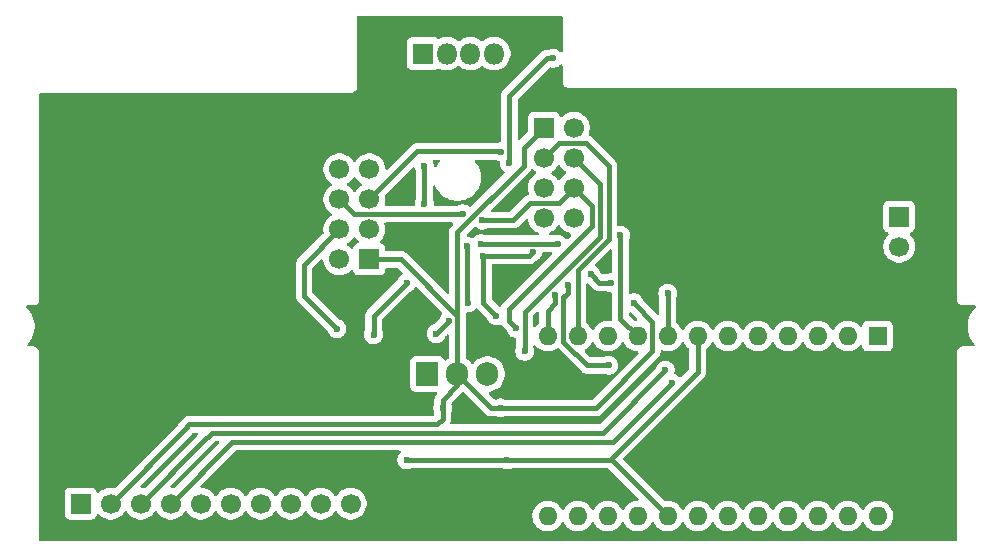
<source format=gbr>
%TF.GenerationSoftware,KiCad,Pcbnew,9.0.2*%
%TF.CreationDate,2025-07-30T22:52:36+05:30*%
%TF.ProjectId,VoidLens VR PCB,566f6964-4c65-46e7-9320-565220504342,rev?*%
%TF.SameCoordinates,Original*%
%TF.FileFunction,Copper,L2,Bot*%
%TF.FilePolarity,Positive*%
%FSLAX46Y46*%
G04 Gerber Fmt 4.6, Leading zero omitted, Abs format (unit mm)*
G04 Created by KiCad (PCBNEW 9.0.2) date 2025-07-30 22:52:36*
%MOMM*%
%LPD*%
G01*
G04 APERTURE LIST*
%TA.AperFunction,ComponentPad*%
%ADD10R,1.700000X1.700000*%
%TD*%
%TA.AperFunction,ComponentPad*%
%ADD11C,1.700000*%
%TD*%
%TA.AperFunction,ComponentPad*%
%ADD12R,1.800000X1.800000*%
%TD*%
%TA.AperFunction,ComponentPad*%
%ADD13O,1.800000X1.800000*%
%TD*%
%TA.AperFunction,ComponentPad*%
%ADD14R,1.905000X2.000000*%
%TD*%
%TA.AperFunction,ComponentPad*%
%ADD15O,1.905000X2.000000*%
%TD*%
%TA.AperFunction,ComponentPad*%
%ADD16R,1.600000X1.600000*%
%TD*%
%TA.AperFunction,ComponentPad*%
%ADD17O,1.600000X1.600000*%
%TD*%
%TA.AperFunction,ViaPad*%
%ADD18C,0.600000*%
%TD*%
%TA.AperFunction,Conductor*%
%ADD19C,0.400000*%
%TD*%
G04 APERTURE END LIST*
D10*
%TO.P,U1,1,GND*%
%TO.N,GND*%
X152310500Y-85975000D03*
D11*
%TO.P,U1,2,VCC*%
%TO.N,+3.3V*%
X154850500Y-85975000D03*
%TO.P,U1,3,CE*%
%TO.N,Net-(U1-CE)*%
X152310500Y-88515000D03*
%TO.P,U1,4,~{CSN}*%
%TO.N,Net-(U1-~{CSN})*%
X154850500Y-88515000D03*
%TO.P,U1,5,SCK*%
%TO.N,SCK*%
X152310500Y-91055000D03*
%TO.P,U1,6,MOSI*%
%TO.N,MOSI*%
X154850500Y-91055000D03*
%TO.P,U1,7,MISO*%
%TO.N,MISO*%
X152310500Y-93595000D03*
%TO.P,U1,8,IRQ*%
%TO.N,unconnected-(U1-IRQ-Pad8)*%
X154850500Y-93595000D03*
%TD*%
D10*
%TO.P,U3,1,VCC*%
%TO.N,+3.3V*%
X113100000Y-117800000D03*
D11*
%TO.P,U3,2,GND*%
%TO.N,GND*%
X115640000Y-117800000D03*
%TO.P,U3,3,SCL*%
%TO.N,Net-(U2-D3{slash}SCL)*%
X118180000Y-117800000D03*
%TO.P,U3,4,SDA*%
%TO.N,Net-(U2-D2{slash}SDA)*%
X120720000Y-117800000D03*
%TO.P,U3,5,EDA
*%
%TO.N,unconnected-(U3-EDA-Pad5)*%
X123260000Y-117800000D03*
%TO.P,U3,6,ECL*%
%TO.N,unconnected-(U3-ECL-Pad6)*%
X125800000Y-117800000D03*
%TO.P,U3,7,ADO*%
%TO.N,unconnected-(U3-ADO-Pad7)*%
X128340000Y-117800000D03*
%TO.P,U3,8,INT*%
%TO.N,unconnected-(U3-INT-Pad8)*%
X130880000Y-117800000D03*
%TO.P,U3,9,NCS*%
%TO.N,unconnected-(U3-NCS-Pad9)*%
X133420000Y-117800000D03*
%TO.P,U3,10,FSYNC*%
%TO.N,unconnected-(U3-FSYNC-Pad10)*%
X135960000Y-117800000D03*
%TD*%
D10*
%TO.P,J1,1,Pin_1*%
%TO.N,GND*%
X182400000Y-93500000D03*
D11*
%TO.P,J1,2,Pin_2*%
%TO.N,Net-(J1-Pin_2)*%
X182400000Y-96040000D03*
%TD*%
D10*
%TO.P,U4,1,GND*%
%TO.N,GND*%
X137540000Y-97120000D03*
D11*
%TO.P,U4,2,VCC*%
%TO.N,+3.3V*%
X135000000Y-97120000D03*
%TO.P,U4,3,CE*%
%TO.N,CE*%
X137540000Y-94580000D03*
%TO.P,U4,4,~{CSN}*%
%TO.N,CSN*%
X135000000Y-94580000D03*
%TO.P,U4,5,SCK*%
%TO.N,SCK*%
X137540000Y-92040000D03*
%TO.P,U4,6,MOSI*%
%TO.N,MOSI*%
X135000000Y-92040000D03*
%TO.P,U4,7,MISO*%
%TO.N,MISO*%
X137540000Y-89500000D03*
%TO.P,U4,8,IRQ*%
%TO.N,unconnected-(U4-IRQ-Pad8)*%
X135000000Y-89500000D03*
%TD*%
D12*
%TO.P,D1,1,A*%
%TO.N,+5V*%
X142095000Y-79700000D03*
D13*
%TO.P,D1,2,RK*%
%TO.N,Net-(D1-RK)*%
X144095000Y-79700000D03*
%TO.P,D1,3,GK*%
%TO.N,Net-(D1-GK)*%
X146095000Y-79700000D03*
%TO.P,D1,4,BK*%
%TO.N,Net-(D1-BK)*%
X148095000Y-79700000D03*
%TD*%
D14*
%TO.P,IC1,1,IN*%
%TO.N,+5V*%
X142460000Y-106830000D03*
D15*
%TO.P,IC1,2,GND*%
%TO.N,GND*%
X145000000Y-106830000D03*
%TO.P,IC1,3,OUT*%
%TO.N,+3.3V*%
X147540000Y-106830000D03*
%TD*%
D16*
%TO.P,U2,1,D1/TX*%
%TO.N,unconnected-(U2-D1{slash}TX-Pad1)*%
X180580000Y-103600000D03*
D17*
%TO.P,U2,2,D0/RX*%
%TO.N,unconnected-(U2-D0{slash}RX-Pad2)*%
X178040000Y-103600000D03*
%TO.P,U2,3,GND*%
%TO.N,GND*%
X175500000Y-103600000D03*
%TO.P,U2,4,GND*%
X172960000Y-103600000D03*
%TO.P,U2,5,D2/SDA*%
%TO.N,Net-(U2-D2{slash}SDA)*%
X170420000Y-103600000D03*
%TO.P,U2,6,D3/SCL*%
%TO.N,Net-(U2-D3{slash}SCL)*%
X167880000Y-103600000D03*
%TO.P,U2,7,A6/D4*%
%TO.N,SW*%
X165340000Y-103600000D03*
%TO.P,U2,8,D5*%
%TO.N,R*%
X162800000Y-103600000D03*
%TO.P,U2,9,A7/D6*%
%TO.N,G*%
X160260000Y-103600000D03*
%TO.P,U2,10,D7*%
%TO.N,unconnected-(U2-D7-Pad10)*%
X157720000Y-103600000D03*
%TO.P,U2,11,A8/D8*%
%TO.N,Net-(U1-CE)*%
X155180000Y-103600000D03*
%TO.P,U2,12,A9/D9*%
%TO.N,B*%
X152640000Y-103600000D03*
%TO.P,U2,13,A10/D10*%
%TO.N,Net-(U1-~{CSN})*%
X152640000Y-118840000D03*
%TO.P,U2,14,MOSI/D16*%
%TO.N,MOSI*%
X155180000Y-118840000D03*
%TO.P,U2,15,MISO/D14*%
%TO.N,MISO*%
X157720000Y-118840000D03*
%TO.P,U2,16,SCLK/D15*%
%TO.N,SCK*%
X160260000Y-118840000D03*
%TO.P,U2,17,A0*%
%TO.N,SW*%
X162800000Y-118840000D03*
%TO.P,U2,18,A1*%
%TO.N,CE*%
X165340000Y-118840000D03*
%TO.P,U2,19,A2*%
%TO.N,CSN*%
X167880000Y-118840000D03*
%TO.P,U2,20,A3*%
%TO.N,unconnected-(U2-A3-Pad20)*%
X170420000Y-118840000D03*
%TO.P,U2,21,VCC
*%
%TO.N,+5V*%
X172960000Y-118840000D03*
%TO.P,U2,22,RST*%
%TO.N,unconnected-(U2-RST-Pad22)*%
X175500000Y-118840000D03*
%TO.P,U2,23,GND*%
%TO.N,GND*%
X178040000Y-118840000D03*
%TO.P,U2,24,RAW*%
%TO.N,Net-(J1-Pin_2)*%
X180580000Y-118840000D03*
%TD*%
D18*
%TO.N,GND*%
X159952500Y-100800000D03*
X143752500Y-109700000D03*
X148652500Y-109700000D03*
%TO.N,+5V*%
X142200000Y-92400000D03*
X143200000Y-103400000D03*
X144300000Y-102300000D03*
X145800000Y-96000000D03*
X145900000Y-100800000D03*
X142200000Y-89200000D03*
%TO.N,R*%
X162800000Y-100000000D03*
X156300000Y-98400000D03*
X158000000Y-99100000D03*
X147000000Y-95800000D03*
X153486407Y-95837281D03*
%TO.N,G*%
X158800000Y-95100000D03*
%TO.N,B*%
X149400000Y-89000000D03*
X153100000Y-80100000D03*
X153300000Y-100100000D03*
%TO.N,SW*%
X140700000Y-114100000D03*
X149200000Y-114100000D03*
%TO.N,MOSI*%
X149950000Y-102950000D03*
X147100000Y-93800000D03*
X145444975Y-93255025D03*
%TO.N,MISO*%
X151389949Y-96499999D03*
X147200000Y-96800000D03*
X148300000Y-101900000D03*
%TO.N,SCK*%
X157800000Y-106100000D03*
X148700000Y-88000000D03*
X154337613Y-99288073D03*
%TO.N,Net-(U1-~{CSN})*%
X150700000Y-104900000D03*
%TO.N,Net-(U2-D2{slash}SDA)*%
X163200000Y-107600000D03*
%TO.N,Net-(U2-D3{slash}SCL)*%
X162600000Y-106500000D03*
%TO.N,CE*%
X137900000Y-103500000D03*
X140700000Y-99100000D03*
%TO.N,CSN*%
X134800000Y-103000000D03*
%TD*%
D19*
%TO.N,GND*%
X137540000Y-97120000D02*
X140220000Y-97120000D01*
X140220000Y-97120000D02*
X145000000Y-101900000D01*
X143300000Y-111100000D02*
X143752500Y-110647500D01*
X145000000Y-94800000D02*
X145000000Y-101900000D01*
X145000000Y-94800000D02*
X150592750Y-89207250D01*
X143752500Y-109700000D02*
X143752500Y-109047500D01*
X121940000Y-111500000D02*
X121940000Y-111460000D01*
X115640000Y-117800000D02*
X121940000Y-111500000D01*
X143752500Y-109047500D02*
X145000000Y-107800000D01*
X145000000Y-107800000D02*
X145000000Y-106830000D01*
X150592750Y-89207250D02*
X150592750Y-87692750D01*
X152310500Y-85975000D02*
X150592750Y-87692750D01*
X148652500Y-109700000D02*
X147870000Y-109700000D01*
X122300000Y-111100000D02*
X143300000Y-111100000D01*
X121940000Y-111460000D02*
X122300000Y-111100000D01*
X145000000Y-101900000D02*
X145000000Y-106830000D01*
X161500000Y-104900000D02*
X161500000Y-102400000D01*
X148652500Y-109700000D02*
X156700000Y-109700000D01*
X156700000Y-109700000D02*
X161500000Y-104900000D01*
X147870000Y-109700000D02*
X145000000Y-106830000D01*
X161500000Y-102400000D02*
X160000000Y-100900000D01*
X143752500Y-110647500D02*
X143752500Y-109700000D01*
%TO.N,+5V*%
X142200000Y-89200000D02*
X142200000Y-92400000D01*
X145800000Y-96000000D02*
X145800000Y-100800000D01*
X143200000Y-103400000D02*
X144300000Y-102300000D01*
%TO.N,R*%
X162800000Y-100000000D02*
X162800000Y-103600000D01*
X156300000Y-98400000D02*
X157000000Y-99100000D01*
X147000000Y-95800000D02*
X153449126Y-95800000D01*
X153449126Y-95800000D02*
X153486407Y-95837281D01*
X157000000Y-99100000D02*
X158000000Y-99100000D01*
%TO.N,G*%
X158800000Y-95100000D02*
X158800000Y-102140000D01*
X158800000Y-102140000D02*
X160260000Y-103600000D01*
%TO.N,B*%
X152562500Y-80100000D02*
X153100000Y-80100000D01*
X153300000Y-100800000D02*
X152640000Y-101460000D01*
X153300000Y-100100000D02*
X153300000Y-100800000D01*
X152640000Y-101460000D02*
X152640000Y-103600000D01*
X149400000Y-83262500D02*
X149400000Y-89000000D01*
X149400000Y-83262500D02*
X152562500Y-80100000D01*
%TO.N,SW*%
X158060000Y-113940000D02*
X158060000Y-114100000D01*
X149200000Y-114100000D02*
X158060000Y-114100000D01*
X165340000Y-106660000D02*
X158060000Y-113940000D01*
X140700000Y-114100000D02*
X149200000Y-114100000D01*
X165340000Y-103600000D02*
X165340000Y-106660000D01*
X158060000Y-114100000D02*
X162800000Y-118840000D01*
%TO.N,Net-(U1-CE)*%
X157800000Y-89200000D02*
X155864000Y-87264000D01*
X155180000Y-103600000D02*
X155180000Y-98020000D01*
X153561500Y-87264000D02*
X152310500Y-88515000D01*
X157800000Y-95400000D02*
X157800000Y-89200000D01*
X155180000Y-98020000D02*
X157800000Y-95400000D01*
X155864000Y-87264000D02*
X153561500Y-87264000D01*
%TO.N,MOSI*%
X153561500Y-92344000D02*
X154850500Y-91055000D01*
X145444975Y-93255025D02*
X145409000Y-93291000D01*
X151156000Y-92344000D02*
X153561500Y-92344000D01*
X156400000Y-92604500D02*
X154850500Y-91055000D01*
X149350000Y-102350000D02*
X149350000Y-101350000D01*
X149950000Y-102950000D02*
X149350000Y-102350000D01*
X156400000Y-94300000D02*
X156400000Y-92604500D01*
X145409000Y-93291000D02*
X136251000Y-93291000D01*
X149350000Y-101350000D02*
X156400000Y-94300000D01*
X147100000Y-93800000D02*
X149700000Y-93800000D01*
X136251000Y-93291000D02*
X135000000Y-92040000D01*
X149700000Y-93800000D02*
X151156000Y-92344000D01*
%TO.N,MISO*%
X151089948Y-96800000D02*
X151389949Y-96499999D01*
X147200000Y-100800000D02*
X147200000Y-96800000D01*
X148300000Y-101900000D02*
X147200000Y-100800000D01*
X147200000Y-96800000D02*
X151089948Y-96800000D01*
%TO.N,SCK*%
X141611000Y-87969000D02*
X137540000Y-92040000D01*
X153974682Y-100325318D02*
X154200000Y-100100000D01*
X154350000Y-99300460D02*
X154337613Y-99288073D01*
X157800000Y-106100000D02*
X155981529Y-106100000D01*
X154200000Y-100100000D02*
X154350000Y-99950000D01*
X154350000Y-99950000D02*
X154350000Y-99300460D01*
X148669000Y-87969000D02*
X141611000Y-87969000D01*
X155981529Y-106100000D02*
X153974682Y-104093153D01*
X153974682Y-104093153D02*
X153974682Y-100325318D01*
X148700000Y-88000000D02*
X148669000Y-87969000D01*
%TO.N,Net-(U1-~{CSN})*%
X157100000Y-90764500D02*
X154850500Y-88515000D01*
X150700000Y-104900000D02*
X150700000Y-101600000D01*
X150700000Y-101600000D02*
X157100000Y-95200000D01*
X157100000Y-95200000D02*
X157100000Y-90764500D01*
%TO.N,Net-(U2-D2{slash}SDA)*%
X125920000Y-112600000D02*
X128400000Y-112600000D01*
X158200000Y-112600000D02*
X163200000Y-107600000D01*
X120720000Y-117800000D02*
X125920000Y-112600000D01*
X128400000Y-112600000D02*
X158200000Y-112600000D01*
%TO.N,Net-(U2-D3{slash}SCL)*%
X123400000Y-112600000D02*
X124200000Y-111800000D01*
X118180000Y-117800000D02*
X123380000Y-112600000D01*
X157300000Y-111800000D02*
X162600000Y-106500000D01*
X124200000Y-111800000D02*
X157300000Y-111800000D01*
X123380000Y-112600000D02*
X123400000Y-112600000D01*
%TO.N,CE*%
X137900000Y-103500000D02*
X137900000Y-101900000D01*
X137900000Y-101900000D02*
X140700000Y-99100000D01*
%TO.N,CSN*%
X134800000Y-103000000D02*
X132000000Y-100200000D01*
X132000000Y-100200000D02*
X132000000Y-97580000D01*
X132000000Y-97580000D02*
X135000000Y-94580000D01*
%TD*%
%TA.AperFunction,NonConductor*%
G36*
X143445392Y-88689185D02*
G01*
X143491147Y-88741989D01*
X143501091Y-88811147D01*
X143476729Y-88868985D01*
X143390326Y-88981588D01*
X143333072Y-89056202D01*
X143231887Y-89231462D01*
X143181320Y-89279677D01*
X143112713Y-89292901D01*
X143047849Y-89266933D01*
X143007320Y-89210019D01*
X143000500Y-89169462D01*
X143000500Y-89121155D01*
X143000499Y-89121153D01*
X142969737Y-88966503D01*
X142950955Y-88921158D01*
X142917733Y-88840952D01*
X142910264Y-88771483D01*
X142941539Y-88709004D01*
X143001629Y-88673352D01*
X143032294Y-88669500D01*
X143378353Y-88669500D01*
X143445392Y-88689185D01*
G37*
%TD.AperFunction*%
%TA.AperFunction,NonConductor*%
G36*
X153651944Y-89168999D02*
G01*
X153690986Y-89214056D01*
X153695451Y-89222820D01*
X153820390Y-89394786D01*
X153970713Y-89545109D01*
X154142682Y-89670050D01*
X154151446Y-89674516D01*
X154202242Y-89722491D01*
X154219036Y-89790312D01*
X154196498Y-89856447D01*
X154151446Y-89895484D01*
X154142682Y-89899949D01*
X153970713Y-90024890D01*
X153820390Y-90175213D01*
X153695449Y-90347182D01*
X153690984Y-90355946D01*
X153643009Y-90406742D01*
X153575188Y-90423536D01*
X153509053Y-90400998D01*
X153470016Y-90355946D01*
X153465550Y-90347182D01*
X153340609Y-90175213D01*
X153190286Y-90024890D01*
X153018320Y-89899951D01*
X153017615Y-89899591D01*
X153009554Y-89895485D01*
X152958759Y-89847512D01*
X152941963Y-89779692D01*
X152964499Y-89713556D01*
X153009554Y-89674515D01*
X153018316Y-89670051D01*
X153079889Y-89625316D01*
X153190286Y-89545109D01*
X153190288Y-89545106D01*
X153190292Y-89545104D01*
X153340604Y-89394792D01*
X153340606Y-89394788D01*
X153340609Y-89394786D01*
X153465548Y-89222820D01*
X153465547Y-89222820D01*
X153465551Y-89222816D01*
X153470014Y-89214054D01*
X153517988Y-89163259D01*
X153585808Y-89146463D01*
X153651944Y-89168999D01*
G37*
%TD.AperFunction*%
%TA.AperFunction,NonConductor*%
G36*
X136341444Y-90153999D02*
G01*
X136380486Y-90199056D01*
X136384951Y-90207820D01*
X136509890Y-90379786D01*
X136660213Y-90530109D01*
X136832182Y-90655050D01*
X136840946Y-90659516D01*
X136891742Y-90707491D01*
X136908536Y-90775312D01*
X136885998Y-90841447D01*
X136840946Y-90880484D01*
X136832182Y-90884949D01*
X136660213Y-91009890D01*
X136509890Y-91160213D01*
X136384949Y-91332182D01*
X136380484Y-91340946D01*
X136332509Y-91391742D01*
X136264688Y-91408536D01*
X136198553Y-91385998D01*
X136159516Y-91340946D01*
X136155050Y-91332182D01*
X136030109Y-91160213D01*
X135879786Y-91009890D01*
X135707820Y-90884951D01*
X135707115Y-90884591D01*
X135699054Y-90880485D01*
X135648259Y-90832512D01*
X135631463Y-90764692D01*
X135653999Y-90698556D01*
X135699054Y-90659515D01*
X135707816Y-90655051D01*
X135792742Y-90593349D01*
X135879786Y-90530109D01*
X135879788Y-90530106D01*
X135879792Y-90530104D01*
X136030104Y-90379792D01*
X136030106Y-90379788D01*
X136030109Y-90379786D01*
X136155048Y-90207820D01*
X136155047Y-90207820D01*
X136155051Y-90207816D01*
X136159514Y-90199054D01*
X136207488Y-90148259D01*
X136275308Y-90131463D01*
X136341444Y-90153999D01*
G37*
%TD.AperFunction*%
%TA.AperFunction,NonConductor*%
G36*
X141313323Y-89322037D02*
G01*
X141347844Y-89324279D01*
X141348184Y-89324530D01*
X141348608Y-89324561D01*
X141376229Y-89345238D01*
X141404051Y-89365782D01*
X141404320Y-89366267D01*
X141404541Y-89366433D01*
X141405070Y-89367620D01*
X141421169Y-89396648D01*
X141424866Y-89406364D01*
X141430263Y-89433497D01*
X141490606Y-89579179D01*
X141490634Y-89579220D01*
X141491395Y-89581221D01*
X141499500Y-89625316D01*
X141499500Y-91974684D01*
X141490061Y-92022136D01*
X141430264Y-92166498D01*
X141430261Y-92166510D01*
X141399500Y-92321153D01*
X141399500Y-92466500D01*
X141379815Y-92533539D01*
X141327011Y-92579294D01*
X141275500Y-92590500D01*
X138951802Y-92590500D01*
X138884763Y-92570815D01*
X138839008Y-92518011D01*
X138829064Y-92448853D01*
X138833871Y-92428182D01*
X138857246Y-92356243D01*
X138890500Y-92146287D01*
X138890500Y-91933713D01*
X138865715Y-91777227D01*
X138874670Y-91707933D01*
X138900504Y-91670151D01*
X141217595Y-89353060D01*
X141247831Y-89336550D01*
X141278121Y-89319752D01*
X141278545Y-89319779D01*
X141278916Y-89319577D01*
X141313323Y-89322037D01*
G37*
%TD.AperFunction*%
%TA.AperFunction,NonConductor*%
G36*
X148290540Y-88689185D02*
G01*
X148292355Y-88690374D01*
X148320821Y-88709394D01*
X148466503Y-88769737D01*
X148485540Y-88773523D01*
X148501793Y-88776757D01*
X148563704Y-88809141D01*
X148598278Y-88869857D01*
X148599086Y-88914993D01*
X148600097Y-88915093D01*
X148599500Y-88921155D01*
X148599500Y-89078846D01*
X148630261Y-89233489D01*
X148630264Y-89233501D01*
X148690602Y-89379172D01*
X148690609Y-89379185D01*
X148778210Y-89510288D01*
X148778213Y-89510292D01*
X148889708Y-89621787D01*
X148889711Y-89621789D01*
X148942624Y-89657144D01*
X148987428Y-89710755D01*
X148996136Y-89780080D01*
X148965982Y-89843108D01*
X148961414Y-89847927D01*
X146153366Y-92655975D01*
X146092043Y-92689460D01*
X146022351Y-92684476D01*
X145978004Y-92655975D01*
X145955267Y-92633238D01*
X145955263Y-92633235D01*
X145824160Y-92545634D01*
X145824147Y-92545627D01*
X145678476Y-92485289D01*
X145678464Y-92485286D01*
X145523820Y-92454525D01*
X145523817Y-92454525D01*
X145366133Y-92454525D01*
X145366130Y-92454525D01*
X145211485Y-92485286D01*
X145211473Y-92485289D01*
X145065802Y-92545627D01*
X145065787Y-92545635D01*
X145029922Y-92569601D01*
X144963245Y-92590480D01*
X144961030Y-92590500D01*
X143124500Y-92590500D01*
X143057461Y-92570815D01*
X143011706Y-92518011D01*
X143000500Y-92466500D01*
X143000500Y-92321155D01*
X143000499Y-92321153D01*
X142977634Y-92206204D01*
X142969737Y-92166503D01*
X142965349Y-92155909D01*
X142909939Y-92022136D01*
X142900500Y-91974684D01*
X142900500Y-90952306D01*
X142920185Y-90885267D01*
X142972989Y-90839512D01*
X143042147Y-90829568D01*
X143105703Y-90858593D01*
X143139061Y-90904853D01*
X143201954Y-91056690D01*
X143201958Y-91056700D01*
X143333075Y-91283803D01*
X143492718Y-91491851D01*
X143492726Y-91491860D01*
X143678140Y-91677274D01*
X143678148Y-91677281D01*
X143886196Y-91836924D01*
X144113299Y-91968041D01*
X144113309Y-91968046D01*
X144355571Y-92068394D01*
X144355581Y-92068398D01*
X144608884Y-92136270D01*
X144868880Y-92170500D01*
X144868887Y-92170500D01*
X145131113Y-92170500D01*
X145131120Y-92170500D01*
X145391116Y-92136270D01*
X145644419Y-92068398D01*
X145886697Y-91968043D01*
X146113803Y-91836924D01*
X146321851Y-91677282D01*
X146321855Y-91677277D01*
X146321860Y-91677274D01*
X146507274Y-91491860D01*
X146507277Y-91491855D01*
X146507282Y-91491851D01*
X146666924Y-91283803D01*
X146798043Y-91056697D01*
X146798889Y-91054656D01*
X146841283Y-90952306D01*
X146898398Y-90814419D01*
X146966270Y-90561116D01*
X147000500Y-90301120D01*
X147000500Y-90038880D01*
X146966270Y-89778884D01*
X146898398Y-89525581D01*
X146895809Y-89519331D01*
X146798046Y-89283309D01*
X146798041Y-89283299D01*
X146666927Y-89056202D01*
X146666926Y-89056201D01*
X146666924Y-89056197D01*
X146523270Y-88868985D01*
X146498077Y-88803818D01*
X146512115Y-88735373D01*
X146560929Y-88685383D01*
X146621647Y-88669500D01*
X148223501Y-88669500D01*
X148290540Y-88689185D01*
G37*
%TD.AperFunction*%
%TA.AperFunction,NonConductor*%
G36*
X151322637Y-89486423D02*
G01*
X151337088Y-89484608D01*
X151356095Y-89493701D01*
X151376681Y-89498180D01*
X151396558Y-89513060D01*
X151400115Y-89514762D01*
X151404935Y-89519331D01*
X151430713Y-89545109D01*
X151602682Y-89670050D01*
X151611446Y-89674516D01*
X151662242Y-89722491D01*
X151679036Y-89790312D01*
X151656498Y-89856447D01*
X151611446Y-89895484D01*
X151602682Y-89899949D01*
X151430713Y-90024890D01*
X151280390Y-90175213D01*
X151155451Y-90347179D01*
X151058944Y-90536585D01*
X150993253Y-90738760D01*
X150960000Y-90948713D01*
X150960000Y-91161286D01*
X150993253Y-91371240D01*
X151038932Y-91511825D01*
X151040927Y-91581666D01*
X151004847Y-91641499D01*
X150957011Y-91668799D01*
X150951676Y-91670417D01*
X150824192Y-91723222D01*
X150709454Y-91799887D01*
X150709453Y-91799888D01*
X149446162Y-93063181D01*
X149384839Y-93096666D01*
X149358481Y-93099500D01*
X147990519Y-93099500D01*
X147923480Y-93079815D01*
X147877725Y-93027011D01*
X147867781Y-92957853D01*
X147896806Y-92894297D01*
X147902838Y-92887819D01*
X151136862Y-89653795D01*
X151136864Y-89653793D01*
X151213525Y-89539061D01*
X151213527Y-89539055D01*
X151214151Y-89538122D01*
X151230318Y-89524610D01*
X151242944Y-89507745D01*
X151256588Y-89502655D01*
X151267763Y-89493317D01*
X151288667Y-89490690D01*
X151308408Y-89483328D01*
X151322637Y-89486423D01*
G37*
%TD.AperFunction*%
%TA.AperFunction,NonConductor*%
G36*
X150895600Y-93697569D02*
G01*
X150951534Y-93739440D01*
X150974740Y-93794353D01*
X150987067Y-93872184D01*
X150993254Y-93911243D01*
X151042884Y-94063989D01*
X151058944Y-94113414D01*
X151155451Y-94302820D01*
X151280390Y-94474786D01*
X151430713Y-94625109D01*
X151602679Y-94750048D01*
X151602681Y-94750049D01*
X151602684Y-94750051D01*
X151688361Y-94793705D01*
X151792083Y-94846555D01*
X151792085Y-94846555D01*
X151792088Y-94846557D01*
X151825982Y-94857570D01*
X151883656Y-94897007D01*
X151910854Y-94961365D01*
X151898939Y-95030212D01*
X151851695Y-95081687D01*
X151787662Y-95099500D01*
X147425316Y-95099500D01*
X147377864Y-95090061D01*
X147233501Y-95030264D01*
X147233489Y-95030261D01*
X147078845Y-94999500D01*
X147078842Y-94999500D01*
X146921158Y-94999500D01*
X146921155Y-94999500D01*
X146766510Y-95030261D01*
X146766498Y-95030264D01*
X146620827Y-95090602D01*
X146620814Y-95090609D01*
X146489711Y-95178210D01*
X146489707Y-95178213D01*
X146373903Y-95294018D01*
X146372981Y-95293096D01*
X146320782Y-95328642D01*
X146250937Y-95330502D01*
X146213801Y-95313739D01*
X146179185Y-95290609D01*
X146179172Y-95290602D01*
X146033501Y-95230264D01*
X146033489Y-95230261D01*
X145878841Y-95199499D01*
X145877855Y-95199402D01*
X145877371Y-95199206D01*
X145872868Y-95198311D01*
X145873037Y-95197456D01*
X145813070Y-95173236D01*
X145772715Y-95116199D01*
X145769603Y-95046399D01*
X145802335Y-94988320D01*
X146391609Y-94399046D01*
X146452930Y-94365563D01*
X146522621Y-94370547D01*
X146566969Y-94399048D01*
X146589707Y-94421786D01*
X146589711Y-94421789D01*
X146720814Y-94509390D01*
X146720827Y-94509397D01*
X146866498Y-94569735D01*
X146866503Y-94569737D01*
X147021153Y-94600499D01*
X147021156Y-94600500D01*
X147021158Y-94600500D01*
X147178844Y-94600500D01*
X147178845Y-94600499D01*
X147333497Y-94569737D01*
X147408963Y-94538478D01*
X147477864Y-94509939D01*
X147525316Y-94500500D01*
X149768996Y-94500500D01*
X149860040Y-94482389D01*
X149904328Y-94473580D01*
X149968069Y-94447177D01*
X150031807Y-94420777D01*
X150031808Y-94420776D01*
X150031811Y-94420775D01*
X150146543Y-94344114D01*
X150764588Y-93726068D01*
X150825909Y-93692585D01*
X150895600Y-93697569D01*
G37*
%TD.AperFunction*%
%TA.AperFunction,NonConductor*%
G36*
X153651944Y-94248999D02*
G01*
X153690984Y-94294054D01*
X153695091Y-94302115D01*
X153695451Y-94302820D01*
X153820390Y-94474786D01*
X153970713Y-94625109D01*
X154142679Y-94750048D01*
X154142681Y-94750049D01*
X154142684Y-94750051D01*
X154332088Y-94846557D01*
X154534257Y-94912246D01*
X154534259Y-94912246D01*
X154538890Y-94913751D01*
X154538266Y-94915668D01*
X154591492Y-94946221D01*
X154623664Y-95008243D01*
X154617197Y-95077813D01*
X154589645Y-95119697D01*
X154324846Y-95384495D01*
X154263523Y-95417980D01*
X154193831Y-95412996D01*
X154137898Y-95371124D01*
X154134072Y-95365718D01*
X154108196Y-95326992D01*
X154108194Y-95326989D01*
X153996699Y-95215494D01*
X153996695Y-95215491D01*
X153865592Y-95127890D01*
X153865579Y-95127883D01*
X153719908Y-95067545D01*
X153719896Y-95067542D01*
X153565252Y-95036781D01*
X153565249Y-95036781D01*
X153407565Y-95036781D01*
X153407562Y-95036781D01*
X153252917Y-95067542D01*
X153252905Y-95067545D01*
X153198548Y-95090061D01*
X153151096Y-95099500D01*
X152833338Y-95099500D01*
X152766299Y-95079815D01*
X152720544Y-95027011D01*
X152710600Y-94957853D01*
X152739625Y-94894297D01*
X152795017Y-94857570D01*
X152828912Y-94846557D01*
X153018316Y-94750051D01*
X153076822Y-94707544D01*
X153190286Y-94625109D01*
X153190288Y-94625106D01*
X153190292Y-94625104D01*
X153340604Y-94474792D01*
X153340606Y-94474788D01*
X153340609Y-94474786D01*
X153465548Y-94302820D01*
X153465547Y-94302820D01*
X153465551Y-94302816D01*
X153470014Y-94294054D01*
X153517988Y-94243259D01*
X153585808Y-94226463D01*
X153651944Y-94248999D01*
G37*
%TD.AperFunction*%
%TA.AperFunction,NonConductor*%
G36*
X136341444Y-95233999D02*
G01*
X136380486Y-95279056D01*
X136384951Y-95287820D01*
X136509890Y-95459786D01*
X136623430Y-95573326D01*
X136656915Y-95634649D01*
X136651931Y-95704341D01*
X136610059Y-95760274D01*
X136579083Y-95777189D01*
X136447669Y-95826203D01*
X136447664Y-95826206D01*
X136332455Y-95912452D01*
X136332452Y-95912455D01*
X136246206Y-96027664D01*
X136246203Y-96027669D01*
X136197189Y-96159083D01*
X136155317Y-96215016D01*
X136089853Y-96239433D01*
X136021580Y-96224581D01*
X135993326Y-96203430D01*
X135879786Y-96089890D01*
X135707820Y-95964951D01*
X135707115Y-95964591D01*
X135699054Y-95960485D01*
X135648259Y-95912512D01*
X135631463Y-95844692D01*
X135653999Y-95778556D01*
X135699054Y-95739515D01*
X135707816Y-95735051D01*
X135797554Y-95669853D01*
X135879786Y-95610109D01*
X135879788Y-95610106D01*
X135879792Y-95610104D01*
X136030104Y-95459792D01*
X136030106Y-95459788D01*
X136030109Y-95459786D01*
X136155048Y-95287820D01*
X136155047Y-95287820D01*
X136155051Y-95287816D01*
X136159514Y-95279054D01*
X136207488Y-95228259D01*
X136275308Y-95211463D01*
X136341444Y-95233999D01*
G37*
%TD.AperFunction*%
%TA.AperFunction,NonConductor*%
G36*
X158018834Y-96274336D02*
G01*
X158074767Y-96316208D01*
X158099184Y-96381672D01*
X158099500Y-96390518D01*
X158099500Y-98175500D01*
X158079815Y-98242539D01*
X158027011Y-98288294D01*
X157975500Y-98299500D01*
X157921155Y-98299500D01*
X157766510Y-98330261D01*
X157766498Y-98330264D01*
X157622136Y-98390061D01*
X157613959Y-98391687D01*
X157609619Y-98394477D01*
X157574684Y-98399500D01*
X157341518Y-98399500D01*
X157274479Y-98379815D01*
X157253842Y-98363185D01*
X157096068Y-98205411D01*
X157069191Y-98165185D01*
X157009397Y-98020827D01*
X157009390Y-98020814D01*
X156921789Y-97889711D01*
X156921786Y-97889707D01*
X156810292Y-97778213D01*
X156810288Y-97778210D01*
X156697429Y-97702799D01*
X156652624Y-97649186D01*
X156643917Y-97579861D01*
X156674072Y-97516834D01*
X156678619Y-97512036D01*
X157887820Y-96302835D01*
X157949142Y-96269352D01*
X158018834Y-96274336D01*
G37*
%TD.AperFunction*%
%TA.AperFunction,NonConductor*%
G36*
X144585519Y-94011185D02*
G01*
X144631274Y-94063989D01*
X144641218Y-94133147D01*
X144612193Y-94196703D01*
X144606161Y-94203181D01*
X144455888Y-94353453D01*
X144455887Y-94353454D01*
X144379222Y-94468192D01*
X144326421Y-94595667D01*
X144326418Y-94595679D01*
X144301143Y-94722748D01*
X144301142Y-94722754D01*
X144299500Y-94731006D01*
X144299500Y-99909480D01*
X144279815Y-99976519D01*
X144227011Y-100022274D01*
X144157853Y-100032218D01*
X144094297Y-100003193D01*
X144087819Y-99997161D01*
X140666545Y-96575887D01*
X140551807Y-96499222D01*
X140424332Y-96446421D01*
X140424322Y-96446418D01*
X140288996Y-96419500D01*
X140288994Y-96419500D01*
X140288993Y-96419500D01*
X139014499Y-96419500D01*
X138947460Y-96399815D01*
X138901705Y-96347011D01*
X138890499Y-96295500D01*
X138890499Y-96222129D01*
X138890498Y-96222123D01*
X138884091Y-96162516D01*
X138833797Y-96027671D01*
X138833793Y-96027664D01*
X138747547Y-95912455D01*
X138747544Y-95912452D01*
X138632335Y-95826206D01*
X138632328Y-95826202D01*
X138500917Y-95777189D01*
X138444983Y-95735318D01*
X138420566Y-95669853D01*
X138435418Y-95601580D01*
X138456563Y-95573332D01*
X138570104Y-95459792D01*
X138695051Y-95287816D01*
X138791557Y-95098412D01*
X138857246Y-94896243D01*
X138890500Y-94686287D01*
X138890500Y-94473713D01*
X138857246Y-94263757D01*
X138821523Y-94153816D01*
X138819529Y-94083977D01*
X138855609Y-94024144D01*
X138918310Y-93993316D01*
X138939455Y-93991500D01*
X144518480Y-93991500D01*
X144585519Y-94011185D01*
G37*
%TD.AperFunction*%
%TA.AperFunction,NonConductor*%
G36*
X152976519Y-96520185D02*
G01*
X153022274Y-96572989D01*
X153032218Y-96642147D01*
X153003193Y-96705703D01*
X152997161Y-96712181D01*
X148805888Y-100903453D01*
X148805887Y-100903454D01*
X148729222Y-101018193D01*
X148708388Y-101068490D01*
X148702710Y-101075535D01*
X148700473Y-101084304D01*
X148681130Y-101102314D01*
X148664547Y-101122893D01*
X148655960Y-101125750D01*
X148649338Y-101131917D01*
X148623329Y-101136610D01*
X148598252Y-101144957D01*
X148587665Y-101143047D01*
X148580580Y-101144326D01*
X148546383Y-101135600D01*
X148534816Y-101130809D01*
X148494586Y-101103929D01*
X147936819Y-100546162D01*
X147903334Y-100484839D01*
X147900500Y-100458481D01*
X147900500Y-97624500D01*
X147920185Y-97557461D01*
X147972989Y-97511706D01*
X148024500Y-97500500D01*
X151158944Y-97500500D01*
X151249988Y-97482389D01*
X151294276Y-97473580D01*
X151384416Y-97436243D01*
X151421755Y-97420777D01*
X151421756Y-97420776D01*
X151421759Y-97420775D01*
X151536491Y-97344114D01*
X151584533Y-97296069D01*
X151624759Y-97269191D01*
X151679384Y-97246565D01*
X151769122Y-97209396D01*
X151769125Y-97209394D01*
X151769128Y-97209393D01*
X151900238Y-97121788D01*
X152011738Y-97010288D01*
X152099343Y-96879178D01*
X152159686Y-96733496D01*
X152186179Y-96600309D01*
X152218564Y-96538398D01*
X152279279Y-96503824D01*
X152307796Y-96500500D01*
X152909480Y-96500500D01*
X152976519Y-96520185D01*
G37*
%TD.AperFunction*%
%TA.AperFunction,NonConductor*%
G36*
X159705703Y-101596805D02*
G01*
X159712167Y-101602824D01*
X160050862Y-101941518D01*
X160202414Y-102093070D01*
X160208447Y-102104119D01*
X160218080Y-102112228D01*
X160224875Y-102134204D01*
X160235899Y-102154393D01*
X160235000Y-102166951D01*
X160238720Y-102178980D01*
X160232555Y-102201138D01*
X160230915Y-102224085D01*
X160223368Y-102234165D01*
X160219995Y-102246294D01*
X160202827Y-102261603D01*
X160189043Y-102280018D01*
X160175999Y-102285530D01*
X160167850Y-102292798D01*
X160134131Y-102303224D01*
X160040930Y-102317986D01*
X159971637Y-102309032D01*
X159933851Y-102283194D01*
X159536819Y-101886162D01*
X159503334Y-101824839D01*
X159500500Y-101798481D01*
X159500500Y-101690518D01*
X159520185Y-101623479D01*
X159572989Y-101577724D01*
X159642147Y-101567780D01*
X159705703Y-101596805D01*
G37*
%TD.AperFunction*%
%TA.AperFunction,NonConductor*%
G36*
X151858834Y-101534336D02*
G01*
X151914767Y-101576208D01*
X151939184Y-101641672D01*
X151939500Y-101650518D01*
X151939500Y-102438255D01*
X151919815Y-102505294D01*
X151888385Y-102538573D01*
X151792787Y-102608028D01*
X151792782Y-102608032D01*
X151648028Y-102752786D01*
X151624818Y-102784734D01*
X151569489Y-102827400D01*
X151499875Y-102833379D01*
X151438080Y-102800774D01*
X151403723Y-102739935D01*
X151400500Y-102711849D01*
X151400500Y-101941518D01*
X151420185Y-101874479D01*
X151436815Y-101853841D01*
X151727819Y-101562836D01*
X151789142Y-101529352D01*
X151858834Y-101534336D01*
G37*
%TD.AperFunction*%
%TA.AperFunction,NonConductor*%
G36*
X156051948Y-99163708D02*
G01*
X156065186Y-99169191D01*
X156105414Y-99196071D01*
X156455886Y-99546542D01*
X156519633Y-99610289D01*
X156553459Y-99644115D01*
X156668182Y-99720771D01*
X156668195Y-99720778D01*
X156704121Y-99735658D01*
X156728296Y-99745672D01*
X156795671Y-99773580D01*
X156822591Y-99778934D01*
X156913934Y-99797103D01*
X156931006Y-99800500D01*
X156931007Y-99800500D01*
X157574684Y-99800500D01*
X157622136Y-99809939D01*
X157739328Y-99858481D01*
X157766503Y-99869737D01*
X157898897Y-99896072D01*
X157921153Y-99900499D01*
X157921156Y-99900500D01*
X157975500Y-99900500D01*
X158042539Y-99920185D01*
X158088294Y-99972989D01*
X158099500Y-100024500D01*
X158099500Y-102198211D01*
X158079815Y-102265250D01*
X158027011Y-102311005D01*
X157957853Y-102320949D01*
X157956102Y-102320684D01*
X157862810Y-102305908D01*
X157822352Y-102299500D01*
X157617648Y-102299500D01*
X157594136Y-102303224D01*
X157415465Y-102331522D01*
X157220776Y-102394781D01*
X157038386Y-102487715D01*
X156872786Y-102608028D01*
X156728028Y-102752786D01*
X156607715Y-102918386D01*
X156560485Y-103011080D01*
X156512510Y-103061876D01*
X156444689Y-103078671D01*
X156378554Y-103056134D01*
X156339515Y-103011080D01*
X156305457Y-102944238D01*
X156292287Y-102918390D01*
X156230858Y-102833839D01*
X156171971Y-102752786D01*
X156027217Y-102608032D01*
X156027212Y-102608028D01*
X155931615Y-102538573D01*
X155888949Y-102483243D01*
X155880500Y-102438255D01*
X155880500Y-99278271D01*
X155900185Y-99211232D01*
X155952989Y-99165477D01*
X156022147Y-99155533D01*
X156051948Y-99163708D01*
G37*
%TD.AperFunction*%
%TA.AperFunction,NonConductor*%
G36*
X146707708Y-101298366D02*
G01*
X147503928Y-102094585D01*
X147530808Y-102134814D01*
X147590602Y-102279172D01*
X147590609Y-102279185D01*
X147678210Y-102410288D01*
X147678213Y-102410292D01*
X147789707Y-102521786D01*
X147789711Y-102521789D01*
X147920814Y-102609390D01*
X147920827Y-102609397D01*
X148066498Y-102669735D01*
X148066503Y-102669737D01*
X148185811Y-102693469D01*
X148221153Y-102700499D01*
X148221156Y-102700500D01*
X148221158Y-102700500D01*
X148378844Y-102700500D01*
X148378845Y-102700499D01*
X148533497Y-102669737D01*
X148586460Y-102647798D01*
X148655928Y-102640330D01*
X148718408Y-102671605D01*
X148737014Y-102693469D01*
X148805885Y-102796543D01*
X148805888Y-102796546D01*
X149153928Y-103144585D01*
X149180808Y-103184814D01*
X149240602Y-103329172D01*
X149240609Y-103329185D01*
X149328210Y-103460288D01*
X149328213Y-103460292D01*
X149439707Y-103571786D01*
X149439711Y-103571789D01*
X149570814Y-103659390D01*
X149570827Y-103659397D01*
X149698082Y-103712107D01*
X149716503Y-103719737D01*
X149871153Y-103750499D01*
X149871156Y-103750500D01*
X149871158Y-103750500D01*
X149875500Y-103750500D01*
X149942539Y-103770185D01*
X149988294Y-103822989D01*
X149999500Y-103874500D01*
X149999500Y-104474684D01*
X149990061Y-104522136D01*
X149930264Y-104666498D01*
X149930261Y-104666510D01*
X149899500Y-104821153D01*
X149899500Y-104978846D01*
X149930261Y-105133489D01*
X149930264Y-105133501D01*
X149990602Y-105279172D01*
X149990609Y-105279185D01*
X150078210Y-105410288D01*
X150078213Y-105410292D01*
X150189707Y-105521786D01*
X150189711Y-105521789D01*
X150320814Y-105609390D01*
X150320827Y-105609397D01*
X150466498Y-105669735D01*
X150466503Y-105669737D01*
X150616131Y-105699500D01*
X150621153Y-105700499D01*
X150621156Y-105700500D01*
X150621158Y-105700500D01*
X150778844Y-105700500D01*
X150778845Y-105700499D01*
X150933497Y-105669737D01*
X151079179Y-105609394D01*
X151210289Y-105521789D01*
X151321789Y-105410289D01*
X151409394Y-105279179D01*
X151469737Y-105133497D01*
X151500500Y-104978842D01*
X151500500Y-104821158D01*
X151500500Y-104821155D01*
X151500499Y-104821153D01*
X151484270Y-104739566D01*
X151469737Y-104666503D01*
X151422913Y-104553460D01*
X151415445Y-104483993D01*
X151446720Y-104421514D01*
X151506809Y-104385862D01*
X151576634Y-104388356D01*
X151634026Y-104428204D01*
X151637793Y-104433124D01*
X151648032Y-104447217D01*
X151792786Y-104591971D01*
X151898390Y-104668695D01*
X151958390Y-104712287D01*
X152040500Y-104754124D01*
X152140776Y-104805218D01*
X152140778Y-104805218D01*
X152140781Y-104805220D01*
X152202818Y-104825377D01*
X152335465Y-104868477D01*
X152436557Y-104884488D01*
X152537648Y-104900500D01*
X152537649Y-104900500D01*
X152742351Y-104900500D01*
X152742352Y-104900500D01*
X152944534Y-104868477D01*
X153139219Y-104805220D01*
X153321610Y-104712287D01*
X153399003Y-104656057D01*
X153464805Y-104632578D01*
X153532859Y-104648403D01*
X153559567Y-104668695D01*
X155534982Y-106644111D01*
X155534983Y-106644112D01*
X155649719Y-106720776D01*
X155680431Y-106733497D01*
X155777200Y-106773580D01*
X155777201Y-106773580D01*
X155777206Y-106773582D01*
X155804074Y-106778925D01*
X155804080Y-106778926D01*
X155804120Y-106778934D01*
X155894466Y-106796905D01*
X155912535Y-106800500D01*
X155912536Y-106800500D01*
X157374684Y-106800500D01*
X157422136Y-106809939D01*
X157553430Y-106864322D01*
X157566503Y-106869737D01*
X157721153Y-106900499D01*
X157721156Y-106900500D01*
X157721158Y-106900500D01*
X157878844Y-106900500D01*
X157878845Y-106900499D01*
X158033497Y-106869737D01*
X158179179Y-106809394D01*
X158310289Y-106721789D01*
X158421789Y-106610289D01*
X158509394Y-106479179D01*
X158569737Y-106333497D01*
X158600500Y-106178842D01*
X158600500Y-106021158D01*
X158600500Y-106021155D01*
X158600499Y-106021153D01*
X158588952Y-105963103D01*
X158569737Y-105866503D01*
X158534783Y-105782116D01*
X158509397Y-105720827D01*
X158509390Y-105720814D01*
X158421789Y-105589711D01*
X158421786Y-105589707D01*
X158310292Y-105478213D01*
X158310288Y-105478210D01*
X158179185Y-105390609D01*
X158179172Y-105390602D01*
X158033501Y-105330264D01*
X158033489Y-105330261D01*
X157878845Y-105299500D01*
X157878842Y-105299500D01*
X157721158Y-105299500D01*
X157721155Y-105299500D01*
X157566510Y-105330261D01*
X157566498Y-105330264D01*
X157422136Y-105390061D01*
X157374684Y-105399500D01*
X156323048Y-105399500D01*
X156256009Y-105379815D01*
X156235367Y-105363181D01*
X155798700Y-104926514D01*
X155765215Y-104865191D01*
X155770199Y-104795499D01*
X155812071Y-104739566D01*
X155830082Y-104728351D01*
X155861610Y-104712287D01*
X155861609Y-104712287D01*
X155861612Y-104712286D01*
X156027213Y-104591971D01*
X156027215Y-104591968D01*
X156027219Y-104591966D01*
X156171966Y-104447219D01*
X156171968Y-104447215D01*
X156171971Y-104447213D01*
X156292284Y-104281614D01*
X156292283Y-104281614D01*
X156292287Y-104281610D01*
X156339516Y-104188917D01*
X156387489Y-104138123D01*
X156455310Y-104121328D01*
X156521445Y-104143865D01*
X156560483Y-104188917D01*
X156570915Y-104209390D01*
X156607715Y-104281614D01*
X156728028Y-104447213D01*
X156872786Y-104591971D01*
X156978390Y-104668695D01*
X157038390Y-104712287D01*
X157120500Y-104754124D01*
X157220776Y-104805218D01*
X157220778Y-104805218D01*
X157220781Y-104805220D01*
X157282818Y-104825377D01*
X157415465Y-104868477D01*
X157516557Y-104884488D01*
X157617648Y-104900500D01*
X157617649Y-104900500D01*
X157822351Y-104900500D01*
X157822352Y-104900500D01*
X158024534Y-104868477D01*
X158219219Y-104805220D01*
X158401610Y-104712287D01*
X158556847Y-104599502D01*
X158567213Y-104591971D01*
X158567215Y-104591968D01*
X158567219Y-104591966D01*
X158711966Y-104447219D01*
X158711968Y-104447215D01*
X158711971Y-104447213D01*
X158832284Y-104281614D01*
X158832283Y-104281614D01*
X158832287Y-104281610D01*
X158879516Y-104188917D01*
X158927489Y-104138123D01*
X158995310Y-104121328D01*
X159061445Y-104143865D01*
X159100483Y-104188917D01*
X159110915Y-104209390D01*
X159147715Y-104281614D01*
X159268028Y-104447213D01*
X159412786Y-104591971D01*
X159518390Y-104668695D01*
X159578390Y-104712287D01*
X159660500Y-104754124D01*
X159760776Y-104805218D01*
X159760778Y-104805218D01*
X159760781Y-104805220D01*
X159822818Y-104825377D01*
X159955465Y-104868477D01*
X160056557Y-104884488D01*
X160157648Y-104900500D01*
X160157649Y-104900500D01*
X160209480Y-104900500D01*
X160276519Y-104920185D01*
X160322274Y-104972989D01*
X160332218Y-105042147D01*
X160303193Y-105105703D01*
X160297161Y-105112181D01*
X156446162Y-108963181D01*
X156384839Y-108996666D01*
X156358481Y-108999500D01*
X149077816Y-108999500D01*
X149030364Y-108990061D01*
X148886001Y-108930264D01*
X148885989Y-108930261D01*
X148731345Y-108899500D01*
X148731342Y-108899500D01*
X148573658Y-108899500D01*
X148573655Y-108899500D01*
X148419010Y-108930261D01*
X148418998Y-108930264D01*
X148274636Y-108990061D01*
X148266459Y-108991687D01*
X148262119Y-108994477D01*
X148227184Y-108999500D01*
X148211519Y-108999500D01*
X148144480Y-108979815D01*
X148123838Y-108963181D01*
X147685554Y-108524897D01*
X147652069Y-108463574D01*
X147657053Y-108393882D01*
X147698925Y-108337949D01*
X147753835Y-108314743D01*
X147880245Y-108294722D01*
X147880248Y-108294721D01*
X147880249Y-108294721D01*
X148097755Y-108224049D01*
X148097755Y-108224048D01*
X148097758Y-108224048D01*
X148301538Y-108120217D01*
X148486566Y-107985786D01*
X148648286Y-107824066D01*
X148782717Y-107639038D01*
X148886548Y-107435258D01*
X148957222Y-107217745D01*
X148993000Y-106991854D01*
X148993000Y-106668146D01*
X148957222Y-106442255D01*
X148957221Y-106442251D01*
X148957221Y-106442250D01*
X148886549Y-106224744D01*
X148863161Y-106178842D01*
X148782717Y-106020962D01*
X148648286Y-105835934D01*
X148486566Y-105674214D01*
X148301538Y-105539783D01*
X148224441Y-105500500D01*
X148097755Y-105435950D01*
X147880248Y-105365278D01*
X147694812Y-105335908D01*
X147654354Y-105329500D01*
X147425646Y-105329500D01*
X147385188Y-105335908D01*
X147199753Y-105365278D01*
X147199750Y-105365278D01*
X146982244Y-105435950D01*
X146778461Y-105539783D01*
X146709742Y-105589711D01*
X146593434Y-105674214D01*
X146593432Y-105674216D01*
X146593431Y-105674216D01*
X146431715Y-105835932D01*
X146370318Y-105920438D01*
X146314987Y-105963103D01*
X146245374Y-105969082D01*
X146183579Y-105936476D01*
X146169682Y-105920438D01*
X146158773Y-105905423D01*
X146108286Y-105835934D01*
X145946566Y-105674214D01*
X145761538Y-105539783D01*
X145759707Y-105538661D01*
X145759157Y-105538053D01*
X145757596Y-105536919D01*
X145757834Y-105536590D01*
X145712833Y-105486847D01*
X145700500Y-105432935D01*
X145700500Y-101724500D01*
X145720185Y-101657461D01*
X145772989Y-101611706D01*
X145824500Y-101600500D01*
X145978844Y-101600500D01*
X145978845Y-101600499D01*
X146133497Y-101569737D01*
X146279179Y-101509394D01*
X146410289Y-101421789D01*
X146521789Y-101310289D01*
X146521792Y-101310283D01*
X146524166Y-101307392D01*
X146525800Y-101306278D01*
X146526097Y-101305982D01*
X146526153Y-101306038D01*
X146581908Y-101268052D01*
X146651752Y-101266174D01*
X146707708Y-101298366D01*
G37*
%TD.AperFunction*%
%TA.AperFunction,NonConductor*%
G36*
X164141445Y-104143865D02*
G01*
X164180483Y-104188917D01*
X164190915Y-104209390D01*
X164227715Y-104281614D01*
X164348028Y-104447213D01*
X164492784Y-104591969D01*
X164588385Y-104661426D01*
X164631051Y-104716755D01*
X164639500Y-104761744D01*
X164639500Y-106318480D01*
X164619815Y-106385519D01*
X164603181Y-106406161D01*
X163958391Y-107050950D01*
X163897068Y-107084435D01*
X163827376Y-107079451D01*
X163783029Y-107050950D01*
X163710292Y-106978213D01*
X163710288Y-106978210D01*
X163579185Y-106890609D01*
X163579176Y-106890604D01*
X163450825Y-106837440D01*
X163396422Y-106793599D01*
X163374357Y-106727305D01*
X163376661Y-106698687D01*
X163400500Y-106578844D01*
X163400500Y-106421155D01*
X163400499Y-106421153D01*
X163380076Y-106318480D01*
X163369737Y-106266503D01*
X163333427Y-106178842D01*
X163309397Y-106120827D01*
X163309390Y-106120814D01*
X163221789Y-105989711D01*
X163221786Y-105989707D01*
X163110292Y-105878213D01*
X163110288Y-105878210D01*
X162979185Y-105790609D01*
X162979172Y-105790602D01*
X162833501Y-105730264D01*
X162833489Y-105730261D01*
X162678845Y-105699500D01*
X162678842Y-105699500D01*
X162521158Y-105699500D01*
X162521155Y-105699500D01*
X162366510Y-105730261D01*
X162366498Y-105730264D01*
X162220827Y-105790602D01*
X162220814Y-105790609D01*
X162089711Y-105878210D01*
X162089707Y-105878213D01*
X161978213Y-105989707D01*
X161978210Y-105989711D01*
X161890609Y-106120814D01*
X161890604Y-106120823D01*
X161830809Y-106265184D01*
X161803929Y-106305412D01*
X157046162Y-111063181D01*
X156984839Y-111096666D01*
X156958481Y-111099500D01*
X144509070Y-111099500D01*
X144442031Y-111079815D01*
X144396276Y-111027011D01*
X144386332Y-110957853D01*
X144394509Y-110928047D01*
X144426080Y-110851828D01*
X144453000Y-110716494D01*
X144453000Y-110578506D01*
X144453000Y-110125316D01*
X144462439Y-110077864D01*
X144522235Y-109933501D01*
X144522237Y-109933497D01*
X144553000Y-109778842D01*
X144553000Y-109621158D01*
X144553000Y-109621155D01*
X144552999Y-109621153D01*
X144522239Y-109466511D01*
X144522236Y-109466501D01*
X144495926Y-109402982D01*
X144488457Y-109333513D01*
X144519733Y-109271034D01*
X144522780Y-109267875D01*
X145397318Y-108393336D01*
X145458641Y-108359852D01*
X145528333Y-108364836D01*
X145572680Y-108393337D01*
X147423453Y-110244111D01*
X147423454Y-110244112D01*
X147538192Y-110320777D01*
X147626472Y-110357343D01*
X147665672Y-110373580D01*
X147665676Y-110373580D01*
X147665677Y-110373581D01*
X147801003Y-110400500D01*
X147801006Y-110400500D01*
X147801007Y-110400500D01*
X148227184Y-110400500D01*
X148274636Y-110409939D01*
X148314428Y-110426421D01*
X148419003Y-110469737D01*
X148573653Y-110500499D01*
X148573656Y-110500500D01*
X148573658Y-110500500D01*
X148731344Y-110500500D01*
X148731345Y-110500499D01*
X148885997Y-110469737D01*
X148990572Y-110426421D01*
X149030364Y-110409939D01*
X149077816Y-110400500D01*
X156768996Y-110400500D01*
X156860040Y-110382389D01*
X156904328Y-110373580D01*
X156979268Y-110342539D01*
X157031807Y-110320777D01*
X157031808Y-110320776D01*
X157031811Y-110320775D01*
X157146543Y-110244114D01*
X162044114Y-105346543D01*
X162120775Y-105231811D01*
X162173580Y-105104328D01*
X162185949Y-105042147D01*
X162200500Y-104968996D01*
X162200500Y-104943308D01*
X162220185Y-104876269D01*
X162272989Y-104830514D01*
X162342147Y-104820570D01*
X162362814Y-104825376D01*
X162419506Y-104843796D01*
X162495465Y-104868477D01*
X162596557Y-104884488D01*
X162697648Y-104900500D01*
X162697649Y-104900500D01*
X162902351Y-104900500D01*
X162902352Y-104900500D01*
X163104534Y-104868477D01*
X163299219Y-104805220D01*
X163481610Y-104712287D01*
X163636847Y-104599502D01*
X163647213Y-104591971D01*
X163647215Y-104591968D01*
X163647219Y-104591966D01*
X163791966Y-104447219D01*
X163791968Y-104447215D01*
X163791971Y-104447213D01*
X163912284Y-104281614D01*
X163912283Y-104281614D01*
X163912287Y-104281610D01*
X163959516Y-104188917D01*
X164007489Y-104138123D01*
X164075310Y-104121328D01*
X164141445Y-104143865D01*
G37*
%TD.AperFunction*%
%TA.AperFunction,NonConductor*%
G36*
X124796520Y-112520185D02*
G01*
X124842275Y-112572989D01*
X124852219Y-112642147D01*
X124823194Y-112705703D01*
X124817162Y-112712181D01*
X121089849Y-116439492D01*
X121028526Y-116472977D01*
X120982771Y-116474284D01*
X120826287Y-116449500D01*
X120820518Y-116449500D01*
X120753479Y-116429815D01*
X120707724Y-116377011D01*
X120697780Y-116307853D01*
X120726805Y-116244297D01*
X120732837Y-116237819D01*
X122248870Y-114721786D01*
X123777638Y-113193017D01*
X123796417Y-113177606D01*
X123846543Y-113144114D01*
X124453838Y-112536819D01*
X124480765Y-112522115D01*
X124506584Y-112505523D01*
X124512784Y-112504631D01*
X124515161Y-112503334D01*
X124541519Y-112500500D01*
X124729481Y-112500500D01*
X124796520Y-112520185D01*
G37*
%TD.AperFunction*%
%TA.AperFunction,NonConductor*%
G36*
X122939383Y-111810039D02*
G01*
X122972061Y-111819004D01*
X122972830Y-111819861D01*
X122973934Y-111820185D01*
X122996091Y-111845756D01*
X123018752Y-111870983D01*
X123018936Y-111872120D01*
X123019689Y-111872989D01*
X123024509Y-111906511D01*
X123029928Y-111939953D01*
X123029469Y-111941007D01*
X123029633Y-111942147D01*
X123015559Y-111972964D01*
X123002043Y-112004017D01*
X123000915Y-112005029D01*
X123000608Y-112005703D01*
X122975786Y-112027602D01*
X122933457Y-112055885D01*
X122933453Y-112055888D01*
X118549849Y-116439492D01*
X118488526Y-116472977D01*
X118442771Y-116474284D01*
X118286287Y-116449500D01*
X118280518Y-116449500D01*
X118213479Y-116429815D01*
X118167724Y-116377011D01*
X118157780Y-116307853D01*
X118186805Y-116244297D01*
X118192837Y-116237819D01*
X120322975Y-114107681D01*
X122484113Y-111946543D01*
X122510841Y-111906543D01*
X122510863Y-111906511D01*
X122544874Y-111855609D01*
X122598486Y-111810804D01*
X122647976Y-111800500D01*
X122906895Y-111800500D01*
X122939383Y-111810039D01*
G37*
%TD.AperFunction*%
%TA.AperFunction,NonConductor*%
G36*
X153842539Y-76520185D02*
G01*
X153888294Y-76572989D01*
X153899500Y-76624500D01*
X153899500Y-79468059D01*
X153879815Y-79535098D01*
X153827011Y-79580853D01*
X153757853Y-79590797D01*
X153694297Y-79561772D01*
X153687819Y-79555740D01*
X153610292Y-79478213D01*
X153610288Y-79478210D01*
X153479185Y-79390609D01*
X153479172Y-79390602D01*
X153333501Y-79330264D01*
X153333489Y-79330261D01*
X153178845Y-79299500D01*
X153178842Y-79299500D01*
X153021158Y-79299500D01*
X153021155Y-79299500D01*
X152866510Y-79330261D01*
X152866498Y-79330264D01*
X152722136Y-79390061D01*
X152674684Y-79399500D01*
X152493503Y-79399500D01*
X152396260Y-79418843D01*
X152396258Y-79418843D01*
X152385091Y-79421065D01*
X152358171Y-79426420D01*
X152305366Y-79448292D01*
X152230689Y-79479225D01*
X152230688Y-79479226D01*
X152209699Y-79493249D01*
X152209692Y-79493253D01*
X152115957Y-79555886D01*
X152115953Y-79555889D01*
X148855890Y-82815951D01*
X148855884Y-82815958D01*
X148822187Y-82866391D01*
X148822187Y-82866392D01*
X148800706Y-82898540D01*
X148779225Y-82930688D01*
X148779221Y-82930695D01*
X148726421Y-83058167D01*
X148726418Y-83058177D01*
X148699500Y-83193504D01*
X148699500Y-87082152D01*
X148691779Y-87108443D01*
X148687435Y-87135505D01*
X148682077Y-87141487D01*
X148679815Y-87149191D01*
X148659107Y-87167134D01*
X148640821Y-87187552D01*
X148631137Y-87191370D01*
X148627011Y-87194946D01*
X148608480Y-87201686D01*
X148604118Y-87202889D01*
X148466503Y-87230263D01*
X148389891Y-87261996D01*
X148382506Y-87264034D01*
X148372779Y-87263874D01*
X148349526Y-87268500D01*
X141542003Y-87268500D01*
X141433590Y-87290065D01*
X141433589Y-87290065D01*
X141420131Y-87292742D01*
X141406673Y-87295419D01*
X141406671Y-87295420D01*
X141353866Y-87317292D01*
X141353864Y-87317293D01*
X141353863Y-87317292D01*
X141279196Y-87348221D01*
X141279181Y-87348229D01*
X141239867Y-87374499D01*
X141164457Y-87424886D01*
X141164453Y-87424889D01*
X139102181Y-89487161D01*
X139040858Y-89520646D01*
X138971166Y-89515662D01*
X138915233Y-89473790D01*
X138890816Y-89408326D01*
X138890500Y-89399480D01*
X138890500Y-89393713D01*
X138879542Y-89324530D01*
X138857246Y-89183757D01*
X138791557Y-88981588D01*
X138695051Y-88792184D01*
X138695049Y-88792181D01*
X138695048Y-88792179D01*
X138570109Y-88620213D01*
X138419786Y-88469890D01*
X138247820Y-88344951D01*
X138058414Y-88248444D01*
X138058413Y-88248443D01*
X138058412Y-88248443D01*
X137856243Y-88182754D01*
X137856241Y-88182753D01*
X137856240Y-88182753D01*
X137694957Y-88157208D01*
X137646287Y-88149500D01*
X137433713Y-88149500D01*
X137385042Y-88157208D01*
X137223760Y-88182753D01*
X137021585Y-88248444D01*
X136832179Y-88344951D01*
X136660213Y-88469890D01*
X136509890Y-88620213D01*
X136384949Y-88792182D01*
X136380484Y-88800946D01*
X136332509Y-88851742D01*
X136264688Y-88868536D01*
X136198553Y-88845998D01*
X136159516Y-88800946D01*
X136155050Y-88792182D01*
X136030109Y-88620213D01*
X135879786Y-88469890D01*
X135707820Y-88344951D01*
X135518414Y-88248444D01*
X135518413Y-88248443D01*
X135518412Y-88248443D01*
X135316243Y-88182754D01*
X135316241Y-88182753D01*
X135316240Y-88182753D01*
X135154957Y-88157208D01*
X135106287Y-88149500D01*
X134893713Y-88149500D01*
X134845042Y-88157208D01*
X134683760Y-88182753D01*
X134481585Y-88248444D01*
X134292179Y-88344951D01*
X134120213Y-88469890D01*
X133969890Y-88620213D01*
X133844951Y-88792179D01*
X133748444Y-88981585D01*
X133682753Y-89183760D01*
X133649500Y-89393713D01*
X133649500Y-89606286D01*
X133682753Y-89816239D01*
X133748444Y-90018414D01*
X133844951Y-90207820D01*
X133969890Y-90379786D01*
X134120213Y-90530109D01*
X134292182Y-90655050D01*
X134300946Y-90659516D01*
X134351742Y-90707491D01*
X134368536Y-90775312D01*
X134345998Y-90841447D01*
X134300946Y-90880484D01*
X134292182Y-90884949D01*
X134120213Y-91009890D01*
X133969890Y-91160213D01*
X133844951Y-91332179D01*
X133748444Y-91521585D01*
X133682753Y-91723760D01*
X133649500Y-91933713D01*
X133649500Y-92146286D01*
X133677196Y-92321155D01*
X133682754Y-92356243D01*
X133744291Y-92545635D01*
X133748444Y-92558414D01*
X133844951Y-92747820D01*
X133969890Y-92919786D01*
X134120213Y-93070109D01*
X134292182Y-93195050D01*
X134300946Y-93199516D01*
X134351742Y-93247491D01*
X134368536Y-93315312D01*
X134345998Y-93381447D01*
X134300946Y-93420484D01*
X134292182Y-93424949D01*
X134120213Y-93549890D01*
X133969890Y-93700213D01*
X133844951Y-93872179D01*
X133748444Y-94061585D01*
X133682753Y-94263760D01*
X133649500Y-94473713D01*
X133649500Y-94686287D01*
X133649499Y-94686287D01*
X133674284Y-94842771D01*
X133665329Y-94912064D01*
X133639492Y-94949849D01*
X131455887Y-97133454D01*
X131379224Y-97248190D01*
X131326421Y-97375668D01*
X131326420Y-97375670D01*
X131326420Y-97375672D01*
X131323471Y-97390500D01*
X131299500Y-97511004D01*
X131299500Y-97511007D01*
X131299500Y-100131006D01*
X131299500Y-100268994D01*
X131299500Y-100268996D01*
X131299499Y-100268996D01*
X131326418Y-100404322D01*
X131326421Y-100404332D01*
X131379222Y-100531807D01*
X131455887Y-100646545D01*
X131455888Y-100646546D01*
X134003928Y-103194585D01*
X134030808Y-103234814D01*
X134090602Y-103379172D01*
X134090609Y-103379185D01*
X134178210Y-103510288D01*
X134178213Y-103510292D01*
X134289707Y-103621786D01*
X134289711Y-103621789D01*
X134420814Y-103709390D01*
X134420827Y-103709397D01*
X134520060Y-103750500D01*
X134566503Y-103769737D01*
X134721153Y-103800499D01*
X134721156Y-103800500D01*
X134721158Y-103800500D01*
X134878844Y-103800500D01*
X134878845Y-103800499D01*
X135033497Y-103769737D01*
X135179179Y-103709394D01*
X135310289Y-103621789D01*
X135421789Y-103510289D01*
X135509394Y-103379179D01*
X135569737Y-103233497D01*
X135600500Y-103078842D01*
X135600500Y-102921158D01*
X135600500Y-102921155D01*
X135600499Y-102921153D01*
X135583131Y-102833839D01*
X135569737Y-102766503D01*
X135542398Y-102700500D01*
X135509397Y-102620827D01*
X135509390Y-102620814D01*
X135421789Y-102489711D01*
X135421786Y-102489707D01*
X135310292Y-102378213D01*
X135310288Y-102378210D01*
X135179185Y-102290609D01*
X135179172Y-102290602D01*
X135034814Y-102230808D01*
X134994585Y-102203928D01*
X132736819Y-99946162D01*
X132703334Y-99884839D01*
X132700500Y-99858481D01*
X132700500Y-97921518D01*
X132720185Y-97854479D01*
X132736815Y-97833841D01*
X133437819Y-97132836D01*
X133499142Y-97099352D01*
X133568834Y-97104336D01*
X133624767Y-97146208D01*
X133649184Y-97211672D01*
X133649500Y-97220518D01*
X133649500Y-97226287D01*
X133682754Y-97436243D01*
X133722140Y-97557461D01*
X133748444Y-97638414D01*
X133844951Y-97827820D01*
X133969890Y-97999786D01*
X134120213Y-98150109D01*
X134292179Y-98275048D01*
X134292181Y-98275049D01*
X134292184Y-98275051D01*
X134481588Y-98371557D01*
X134683757Y-98437246D01*
X134893713Y-98470500D01*
X134893714Y-98470500D01*
X135106286Y-98470500D01*
X135106287Y-98470500D01*
X135316243Y-98437246D01*
X135518412Y-98371557D01*
X135707816Y-98275051D01*
X135794147Y-98212328D01*
X135879784Y-98150110D01*
X135879784Y-98150109D01*
X135879792Y-98150104D01*
X135993329Y-98036566D01*
X136054648Y-98003084D01*
X136124340Y-98008068D01*
X136180274Y-98049939D01*
X136197189Y-98080917D01*
X136246202Y-98212328D01*
X136246206Y-98212335D01*
X136332452Y-98327544D01*
X136332455Y-98327547D01*
X136447664Y-98413793D01*
X136447671Y-98413797D01*
X136582517Y-98464091D01*
X136582516Y-98464091D01*
X136589444Y-98464835D01*
X136642127Y-98470500D01*
X138437872Y-98470499D01*
X138497483Y-98464091D01*
X138632331Y-98413796D01*
X138747546Y-98327546D01*
X138833796Y-98212331D01*
X138884091Y-98077483D01*
X138890500Y-98017873D01*
X138890500Y-97944500D01*
X138910185Y-97877461D01*
X138962989Y-97831706D01*
X139014500Y-97820500D01*
X139878481Y-97820500D01*
X139945520Y-97840185D01*
X139966162Y-97856819D01*
X140321360Y-98212017D01*
X140354845Y-98273340D01*
X140349861Y-98343032D01*
X140307989Y-98398965D01*
X140302570Y-98402800D01*
X140189711Y-98478210D01*
X140189707Y-98478213D01*
X140078213Y-98589707D01*
X140078210Y-98589711D01*
X139990609Y-98720814D01*
X139990604Y-98720823D01*
X139930809Y-98865184D01*
X139903929Y-98905412D01*
X137355887Y-101453454D01*
X137279222Y-101568192D01*
X137226421Y-101695667D01*
X137226418Y-101695679D01*
X137200765Y-101824645D01*
X137200764Y-101824651D01*
X137199501Y-101830997D01*
X137199500Y-101831010D01*
X137199500Y-103074684D01*
X137190061Y-103122136D01*
X137130264Y-103266498D01*
X137130261Y-103266510D01*
X137099500Y-103421153D01*
X137099500Y-103578846D01*
X137130261Y-103733489D01*
X137130264Y-103733501D01*
X137190602Y-103879172D01*
X137190609Y-103879185D01*
X137278210Y-104010288D01*
X137278213Y-104010292D01*
X137389707Y-104121786D01*
X137389711Y-104121789D01*
X137520814Y-104209390D01*
X137520827Y-104209397D01*
X137628532Y-104254009D01*
X137666503Y-104269737D01*
X137789974Y-104294297D01*
X137821153Y-104300499D01*
X137821156Y-104300500D01*
X137821158Y-104300500D01*
X137978844Y-104300500D01*
X137978845Y-104300499D01*
X138133497Y-104269737D01*
X138279179Y-104209394D01*
X138410289Y-104121789D01*
X138521789Y-104010289D01*
X138609394Y-103879179D01*
X138669737Y-103733497D01*
X138700500Y-103578842D01*
X138700500Y-103421158D01*
X138700500Y-103421155D01*
X138700499Y-103421153D01*
X138682204Y-103329179D01*
X138669737Y-103266503D01*
X138654707Y-103230217D01*
X138609939Y-103122136D01*
X138600500Y-103074684D01*
X138600500Y-102241518D01*
X138620185Y-102174479D01*
X138636814Y-102153842D01*
X140894586Y-99896069D01*
X140934810Y-99869192D01*
X140989435Y-99846566D01*
X141079173Y-99809397D01*
X141079176Y-99809395D01*
X141079179Y-99809394D01*
X141210289Y-99721789D01*
X141321789Y-99610289D01*
X141397200Y-99497427D01*
X141450810Y-99452624D01*
X141520135Y-99443917D01*
X141583163Y-99474071D01*
X141587982Y-99478639D01*
X143700951Y-101591608D01*
X143734436Y-101652931D01*
X143729452Y-101722623D01*
X143700953Y-101766969D01*
X143678208Y-101789714D01*
X143590609Y-101920814D01*
X143590604Y-101920823D01*
X143530809Y-102065184D01*
X143503929Y-102105412D01*
X143005412Y-102603929D01*
X142965184Y-102630809D01*
X142820823Y-102690604D01*
X142820814Y-102690609D01*
X142689711Y-102778210D01*
X142689707Y-102778213D01*
X142578213Y-102889707D01*
X142578210Y-102889711D01*
X142490609Y-103020814D01*
X142490602Y-103020827D01*
X142430264Y-103166498D01*
X142430261Y-103166510D01*
X142399500Y-103321153D01*
X142399500Y-103478846D01*
X142430261Y-103633489D01*
X142430264Y-103633501D01*
X142490602Y-103779172D01*
X142490609Y-103779185D01*
X142578210Y-103910288D01*
X142578213Y-103910292D01*
X142689707Y-104021786D01*
X142689711Y-104021789D01*
X142820814Y-104109390D01*
X142820827Y-104109397D01*
X142966498Y-104169735D01*
X142966503Y-104169737D01*
X143121153Y-104200499D01*
X143121156Y-104200500D01*
X143121158Y-104200500D01*
X143278844Y-104200500D01*
X143278845Y-104200499D01*
X143433497Y-104169737D01*
X143579179Y-104109394D01*
X143710289Y-104021789D01*
X143821789Y-103910289D01*
X143909394Y-103779179D01*
X143909395Y-103779176D01*
X143909397Y-103779173D01*
X143969192Y-103634812D01*
X143973824Y-103627879D01*
X143974921Y-103622837D01*
X143996065Y-103594590D01*
X144087821Y-103502834D01*
X144149143Y-103469352D01*
X144218834Y-103474336D01*
X144274768Y-103516208D01*
X144299184Y-103581673D01*
X144299500Y-103590518D01*
X144299500Y-105432935D01*
X144279815Y-105499974D01*
X144242266Y-105536729D01*
X144242404Y-105536919D01*
X144241118Y-105537853D01*
X144240293Y-105538661D01*
X144238461Y-105539783D01*
X144055759Y-105672525D01*
X143989952Y-105696005D01*
X143921898Y-105680180D01*
X143873203Y-105630074D01*
X143866690Y-105615538D01*
X143856296Y-105587669D01*
X143856293Y-105587664D01*
X143770047Y-105472455D01*
X143770044Y-105472452D01*
X143654835Y-105386206D01*
X143654828Y-105386202D01*
X143519982Y-105335908D01*
X143519983Y-105335908D01*
X143460383Y-105329501D01*
X143460381Y-105329500D01*
X143460373Y-105329500D01*
X143460364Y-105329500D01*
X141459629Y-105329500D01*
X141459623Y-105329501D01*
X141400016Y-105335908D01*
X141265171Y-105386202D01*
X141265164Y-105386206D01*
X141149955Y-105472452D01*
X141149952Y-105472455D01*
X141063706Y-105587664D01*
X141063702Y-105587671D01*
X141013408Y-105722517D01*
X141007001Y-105782116D01*
X141007000Y-105782135D01*
X141007000Y-107877870D01*
X141007001Y-107877876D01*
X141013408Y-107937483D01*
X141063702Y-108072328D01*
X141063706Y-108072335D01*
X141149952Y-108187544D01*
X141149955Y-108187547D01*
X141265164Y-108273793D01*
X141265171Y-108273797D01*
X141400017Y-108324091D01*
X141400016Y-108324091D01*
X141406944Y-108324835D01*
X141459627Y-108330500D01*
X143179481Y-108330499D01*
X143246520Y-108350184D01*
X143292275Y-108402987D01*
X143302219Y-108472146D01*
X143273194Y-108535702D01*
X143267162Y-108542180D01*
X143208388Y-108600953D01*
X143208387Y-108600954D01*
X143131722Y-108715692D01*
X143078921Y-108843167D01*
X143078918Y-108843177D01*
X143052000Y-108978504D01*
X143052000Y-109274684D01*
X143042561Y-109322136D01*
X142982764Y-109466498D01*
X142982761Y-109466510D01*
X142952000Y-109621153D01*
X142952000Y-109778846D01*
X142982761Y-109933489D01*
X142982764Y-109933501D01*
X143042561Y-110077864D01*
X143044187Y-110086040D01*
X143046977Y-110090381D01*
X143052000Y-110125316D01*
X143052000Y-110275500D01*
X143032315Y-110342539D01*
X142979511Y-110388294D01*
X142928000Y-110399500D01*
X122231004Y-110399500D01*
X122095677Y-110426418D01*
X122095667Y-110426421D01*
X121968192Y-110479222D01*
X121853454Y-110555887D01*
X121395885Y-111013456D01*
X121338393Y-111099501D01*
X121322124Y-111123849D01*
X121306703Y-111142639D01*
X116009849Y-116439492D01*
X115948526Y-116472977D01*
X115902771Y-116474284D01*
X115746287Y-116449500D01*
X115533713Y-116449500D01*
X115485042Y-116457208D01*
X115323760Y-116482753D01*
X115121585Y-116548444D01*
X114932179Y-116644951D01*
X114760215Y-116769889D01*
X114646673Y-116883431D01*
X114585350Y-116916915D01*
X114515658Y-116911931D01*
X114459725Y-116870059D01*
X114442810Y-116839082D01*
X114393797Y-116707671D01*
X114393793Y-116707664D01*
X114307547Y-116592455D01*
X114307544Y-116592452D01*
X114192335Y-116506206D01*
X114192328Y-116506202D01*
X114057482Y-116455908D01*
X114057483Y-116455908D01*
X113997883Y-116449501D01*
X113997881Y-116449500D01*
X113997873Y-116449500D01*
X113997864Y-116449500D01*
X112202129Y-116449500D01*
X112202123Y-116449501D01*
X112142516Y-116455908D01*
X112007671Y-116506202D01*
X112007664Y-116506206D01*
X111892455Y-116592452D01*
X111892452Y-116592455D01*
X111806206Y-116707664D01*
X111806202Y-116707671D01*
X111755908Y-116842517D01*
X111749501Y-116902116D01*
X111749500Y-116902135D01*
X111749500Y-118697870D01*
X111749501Y-118697876D01*
X111755908Y-118757483D01*
X111806202Y-118892328D01*
X111806206Y-118892335D01*
X111892452Y-119007544D01*
X111892455Y-119007547D01*
X112007664Y-119093793D01*
X112007671Y-119093797D01*
X112142517Y-119144091D01*
X112142516Y-119144091D01*
X112146637Y-119144534D01*
X112202127Y-119150500D01*
X113997872Y-119150499D01*
X114057483Y-119144091D01*
X114192331Y-119093796D01*
X114307546Y-119007546D01*
X114393796Y-118892331D01*
X114442810Y-118760916D01*
X114484681Y-118704984D01*
X114550145Y-118680566D01*
X114618418Y-118695417D01*
X114646673Y-118716569D01*
X114760213Y-118830109D01*
X114932179Y-118955048D01*
X114932181Y-118955049D01*
X114932184Y-118955051D01*
X115121588Y-119051557D01*
X115323757Y-119117246D01*
X115533713Y-119150500D01*
X115533714Y-119150500D01*
X115746286Y-119150500D01*
X115746287Y-119150500D01*
X115956243Y-119117246D01*
X116158412Y-119051557D01*
X116347816Y-118955051D01*
X116434138Y-118892335D01*
X116519786Y-118830109D01*
X116519788Y-118830106D01*
X116519792Y-118830104D01*
X116670104Y-118679792D01*
X116670106Y-118679788D01*
X116670109Y-118679786D01*
X116795048Y-118507820D01*
X116795047Y-118507820D01*
X116795051Y-118507816D01*
X116799514Y-118499054D01*
X116847488Y-118448259D01*
X116915308Y-118431463D01*
X116981444Y-118453999D01*
X117020486Y-118499056D01*
X117024951Y-118507820D01*
X117149890Y-118679786D01*
X117300213Y-118830109D01*
X117472179Y-118955048D01*
X117472181Y-118955049D01*
X117472184Y-118955051D01*
X117661588Y-119051557D01*
X117863757Y-119117246D01*
X118073713Y-119150500D01*
X118073714Y-119150500D01*
X118286286Y-119150500D01*
X118286287Y-119150500D01*
X118496243Y-119117246D01*
X118698412Y-119051557D01*
X118887816Y-118955051D01*
X118974138Y-118892335D01*
X119059786Y-118830109D01*
X119059788Y-118830106D01*
X119059792Y-118830104D01*
X119210104Y-118679792D01*
X119210106Y-118679788D01*
X119210109Y-118679786D01*
X119335048Y-118507820D01*
X119335047Y-118507820D01*
X119335051Y-118507816D01*
X119339514Y-118499054D01*
X119387488Y-118448259D01*
X119455308Y-118431463D01*
X119521444Y-118453999D01*
X119560486Y-118499056D01*
X119564951Y-118507820D01*
X119689890Y-118679786D01*
X119840213Y-118830109D01*
X120012179Y-118955048D01*
X120012181Y-118955049D01*
X120012184Y-118955051D01*
X120201588Y-119051557D01*
X120403757Y-119117246D01*
X120613713Y-119150500D01*
X120613714Y-119150500D01*
X120826286Y-119150500D01*
X120826287Y-119150500D01*
X121036243Y-119117246D01*
X121238412Y-119051557D01*
X121427816Y-118955051D01*
X121514138Y-118892335D01*
X121599786Y-118830109D01*
X121599788Y-118830106D01*
X121599792Y-118830104D01*
X121750104Y-118679792D01*
X121750106Y-118679788D01*
X121750109Y-118679786D01*
X121875048Y-118507820D01*
X121875047Y-118507820D01*
X121875051Y-118507816D01*
X121879514Y-118499054D01*
X121927488Y-118448259D01*
X121995308Y-118431463D01*
X122061444Y-118453999D01*
X122100486Y-118499056D01*
X122104951Y-118507820D01*
X122229890Y-118679786D01*
X122380213Y-118830109D01*
X122552179Y-118955048D01*
X122552181Y-118955049D01*
X122552184Y-118955051D01*
X122741588Y-119051557D01*
X122943757Y-119117246D01*
X123153713Y-119150500D01*
X123153714Y-119150500D01*
X123366286Y-119150500D01*
X123366287Y-119150500D01*
X123576243Y-119117246D01*
X123778412Y-119051557D01*
X123967816Y-118955051D01*
X124054138Y-118892335D01*
X124139786Y-118830109D01*
X124139788Y-118830106D01*
X124139792Y-118830104D01*
X124290104Y-118679792D01*
X124290106Y-118679788D01*
X124290109Y-118679786D01*
X124415048Y-118507820D01*
X124415047Y-118507820D01*
X124415051Y-118507816D01*
X124419514Y-118499054D01*
X124467488Y-118448259D01*
X124535308Y-118431463D01*
X124601444Y-118453999D01*
X124640486Y-118499056D01*
X124644951Y-118507820D01*
X124769890Y-118679786D01*
X124920213Y-118830109D01*
X125092179Y-118955048D01*
X125092181Y-118955049D01*
X125092184Y-118955051D01*
X125281588Y-119051557D01*
X125483757Y-119117246D01*
X125693713Y-119150500D01*
X125693714Y-119150500D01*
X125906286Y-119150500D01*
X125906287Y-119150500D01*
X126116243Y-119117246D01*
X126318412Y-119051557D01*
X126507816Y-118955051D01*
X126594138Y-118892335D01*
X126679786Y-118830109D01*
X126679788Y-118830106D01*
X126679792Y-118830104D01*
X126830104Y-118679792D01*
X126830106Y-118679788D01*
X126830109Y-118679786D01*
X126955048Y-118507820D01*
X126955047Y-118507820D01*
X126955051Y-118507816D01*
X126959514Y-118499054D01*
X127007488Y-118448259D01*
X127075308Y-118431463D01*
X127141444Y-118453999D01*
X127180486Y-118499056D01*
X127184951Y-118507820D01*
X127309890Y-118679786D01*
X127460213Y-118830109D01*
X127632179Y-118955048D01*
X127632181Y-118955049D01*
X127632184Y-118955051D01*
X127821588Y-119051557D01*
X128023757Y-119117246D01*
X128233713Y-119150500D01*
X128233714Y-119150500D01*
X128446286Y-119150500D01*
X128446287Y-119150500D01*
X128656243Y-119117246D01*
X128858412Y-119051557D01*
X129047816Y-118955051D01*
X129134138Y-118892335D01*
X129219786Y-118830109D01*
X129219788Y-118830106D01*
X129219792Y-118830104D01*
X129370104Y-118679792D01*
X129370106Y-118679788D01*
X129370109Y-118679786D01*
X129495048Y-118507820D01*
X129495047Y-118507820D01*
X129495051Y-118507816D01*
X129499514Y-118499054D01*
X129547488Y-118448259D01*
X129615308Y-118431463D01*
X129681444Y-118453999D01*
X129720486Y-118499056D01*
X129724951Y-118507820D01*
X129849890Y-118679786D01*
X130000213Y-118830109D01*
X130172179Y-118955048D01*
X130172181Y-118955049D01*
X130172184Y-118955051D01*
X130361588Y-119051557D01*
X130563757Y-119117246D01*
X130773713Y-119150500D01*
X130773714Y-119150500D01*
X130986286Y-119150500D01*
X130986287Y-119150500D01*
X131196243Y-119117246D01*
X131398412Y-119051557D01*
X131587816Y-118955051D01*
X131674138Y-118892335D01*
X131759786Y-118830109D01*
X131759788Y-118830106D01*
X131759792Y-118830104D01*
X131910104Y-118679792D01*
X131910106Y-118679788D01*
X131910109Y-118679786D01*
X132035048Y-118507820D01*
X132035047Y-118507820D01*
X132035051Y-118507816D01*
X132039514Y-118499054D01*
X132087488Y-118448259D01*
X132155308Y-118431463D01*
X132221444Y-118453999D01*
X132260486Y-118499056D01*
X132264951Y-118507820D01*
X132389890Y-118679786D01*
X132540213Y-118830109D01*
X132712179Y-118955048D01*
X132712181Y-118955049D01*
X132712184Y-118955051D01*
X132901588Y-119051557D01*
X133103757Y-119117246D01*
X133313713Y-119150500D01*
X133313714Y-119150500D01*
X133526286Y-119150500D01*
X133526287Y-119150500D01*
X133736243Y-119117246D01*
X133938412Y-119051557D01*
X134127816Y-118955051D01*
X134214138Y-118892335D01*
X134299786Y-118830109D01*
X134299788Y-118830106D01*
X134299792Y-118830104D01*
X134450104Y-118679792D01*
X134450106Y-118679788D01*
X134450109Y-118679786D01*
X134575048Y-118507820D01*
X134575047Y-118507820D01*
X134575051Y-118507816D01*
X134579514Y-118499054D01*
X134627488Y-118448259D01*
X134695308Y-118431463D01*
X134761444Y-118453999D01*
X134800486Y-118499056D01*
X134804951Y-118507820D01*
X134929890Y-118679786D01*
X135080213Y-118830109D01*
X135252179Y-118955048D01*
X135252181Y-118955049D01*
X135252184Y-118955051D01*
X135441588Y-119051557D01*
X135643757Y-119117246D01*
X135853713Y-119150500D01*
X135853714Y-119150500D01*
X136066286Y-119150500D01*
X136066287Y-119150500D01*
X136276243Y-119117246D01*
X136478412Y-119051557D01*
X136667816Y-118955051D01*
X136754138Y-118892335D01*
X136839786Y-118830109D01*
X136839788Y-118830106D01*
X136839792Y-118830104D01*
X136990104Y-118679792D01*
X136990106Y-118679788D01*
X136990109Y-118679786D01*
X137115048Y-118507820D01*
X137115047Y-118507820D01*
X137115051Y-118507816D01*
X137211557Y-118318412D01*
X137277246Y-118116243D01*
X137310500Y-117906287D01*
X137310500Y-117693713D01*
X137277246Y-117483757D01*
X137211557Y-117281588D01*
X137115051Y-117092184D01*
X137115049Y-117092181D01*
X137115048Y-117092179D01*
X136990109Y-116920213D01*
X136839786Y-116769890D01*
X136667820Y-116644951D01*
X136478414Y-116548444D01*
X136478413Y-116548443D01*
X136478412Y-116548443D01*
X136276243Y-116482754D01*
X136276241Y-116482753D01*
X136276240Y-116482753D01*
X136114957Y-116457208D01*
X136066287Y-116449500D01*
X135853713Y-116449500D01*
X135805042Y-116457208D01*
X135643760Y-116482753D01*
X135441585Y-116548444D01*
X135252179Y-116644951D01*
X135080213Y-116769890D01*
X134929890Y-116920213D01*
X134804949Y-117092182D01*
X134800484Y-117100946D01*
X134752509Y-117151742D01*
X134684688Y-117168536D01*
X134618553Y-117145998D01*
X134579516Y-117100946D01*
X134575050Y-117092182D01*
X134450109Y-116920213D01*
X134299786Y-116769890D01*
X134127820Y-116644951D01*
X133938414Y-116548444D01*
X133938413Y-116548443D01*
X133938412Y-116548443D01*
X133736243Y-116482754D01*
X133736241Y-116482753D01*
X133736240Y-116482753D01*
X133574957Y-116457208D01*
X133526287Y-116449500D01*
X133313713Y-116449500D01*
X133265042Y-116457208D01*
X133103760Y-116482753D01*
X132901585Y-116548444D01*
X132712179Y-116644951D01*
X132540213Y-116769890D01*
X132389890Y-116920213D01*
X132264949Y-117092182D01*
X132260484Y-117100946D01*
X132212509Y-117151742D01*
X132144688Y-117168536D01*
X132078553Y-117145998D01*
X132039516Y-117100946D01*
X132035050Y-117092182D01*
X131910109Y-116920213D01*
X131759786Y-116769890D01*
X131587820Y-116644951D01*
X131398414Y-116548444D01*
X131398413Y-116548443D01*
X131398412Y-116548443D01*
X131196243Y-116482754D01*
X131196241Y-116482753D01*
X131196240Y-116482753D01*
X131034957Y-116457208D01*
X130986287Y-116449500D01*
X130773713Y-116449500D01*
X130725042Y-116457208D01*
X130563760Y-116482753D01*
X130361585Y-116548444D01*
X130172179Y-116644951D01*
X130000213Y-116769890D01*
X129849890Y-116920213D01*
X129724949Y-117092182D01*
X129720484Y-117100946D01*
X129672509Y-117151742D01*
X129604688Y-117168536D01*
X129538553Y-117145998D01*
X129499516Y-117100946D01*
X129495050Y-117092182D01*
X129370109Y-116920213D01*
X129219786Y-116769890D01*
X129047820Y-116644951D01*
X128858414Y-116548444D01*
X128858413Y-116548443D01*
X128858412Y-116548443D01*
X128656243Y-116482754D01*
X128656241Y-116482753D01*
X128656240Y-116482753D01*
X128494957Y-116457208D01*
X128446287Y-116449500D01*
X128233713Y-116449500D01*
X128185042Y-116457208D01*
X128023760Y-116482753D01*
X127821585Y-116548444D01*
X127632179Y-116644951D01*
X127460213Y-116769890D01*
X127309890Y-116920213D01*
X127184949Y-117092182D01*
X127180484Y-117100946D01*
X127132509Y-117151742D01*
X127064688Y-117168536D01*
X126998553Y-117145998D01*
X126959516Y-117100946D01*
X126955050Y-117092182D01*
X126830109Y-116920213D01*
X126679786Y-116769890D01*
X126507820Y-116644951D01*
X126318414Y-116548444D01*
X126318413Y-116548443D01*
X126318412Y-116548443D01*
X126116243Y-116482754D01*
X126116241Y-116482753D01*
X126116240Y-116482753D01*
X125954957Y-116457208D01*
X125906287Y-116449500D01*
X125693713Y-116449500D01*
X125645042Y-116457208D01*
X125483760Y-116482753D01*
X125281585Y-116548444D01*
X125092179Y-116644951D01*
X124920213Y-116769890D01*
X124769890Y-116920213D01*
X124644949Y-117092182D01*
X124640484Y-117100946D01*
X124592509Y-117151742D01*
X124524688Y-117168536D01*
X124458553Y-117145998D01*
X124419516Y-117100946D01*
X124415050Y-117092182D01*
X124290109Y-116920213D01*
X124139786Y-116769890D01*
X123967820Y-116644951D01*
X123778414Y-116548444D01*
X123778413Y-116548443D01*
X123778412Y-116548443D01*
X123576243Y-116482754D01*
X123576241Y-116482753D01*
X123576240Y-116482753D01*
X123414957Y-116457208D01*
X123366287Y-116449500D01*
X123360518Y-116449500D01*
X123293479Y-116429815D01*
X123247724Y-116377011D01*
X123237780Y-116307853D01*
X123266805Y-116244297D01*
X123272837Y-116237819D01*
X124640919Y-114869738D01*
X126173838Y-113336819D01*
X126235161Y-113303334D01*
X126261519Y-113300500D01*
X128331007Y-113300500D01*
X140068059Y-113300500D01*
X140135098Y-113320185D01*
X140180853Y-113372989D01*
X140190797Y-113442147D01*
X140161772Y-113505703D01*
X140155740Y-113512181D01*
X140078213Y-113589707D01*
X140078210Y-113589711D01*
X139990609Y-113720814D01*
X139990602Y-113720827D01*
X139930264Y-113866498D01*
X139930261Y-113866510D01*
X139899500Y-114021153D01*
X139899500Y-114178846D01*
X139930261Y-114333489D01*
X139930264Y-114333501D01*
X139990602Y-114479172D01*
X139990609Y-114479185D01*
X140078210Y-114610288D01*
X140078213Y-114610292D01*
X140189707Y-114721786D01*
X140189711Y-114721789D01*
X140320814Y-114809390D01*
X140320827Y-114809397D01*
X140387031Y-114836819D01*
X140466503Y-114869737D01*
X140621153Y-114900499D01*
X140621156Y-114900500D01*
X140621158Y-114900500D01*
X140778844Y-114900500D01*
X140778845Y-114900499D01*
X140933497Y-114869737D01*
X141012969Y-114836819D01*
X141077864Y-114809939D01*
X141125316Y-114800500D01*
X148774684Y-114800500D01*
X148822136Y-114809939D01*
X148887031Y-114836819D01*
X148966503Y-114869737D01*
X149121153Y-114900499D01*
X149121156Y-114900500D01*
X149121158Y-114900500D01*
X149278844Y-114900500D01*
X149278845Y-114900499D01*
X149433497Y-114869737D01*
X149512969Y-114836819D01*
X149577864Y-114809939D01*
X149625316Y-114800500D01*
X157718481Y-114800500D01*
X157785520Y-114820185D01*
X157806162Y-114836819D01*
X160297162Y-117327819D01*
X160330647Y-117389142D01*
X160325663Y-117458834D01*
X160283791Y-117514767D01*
X160218327Y-117539184D01*
X160209481Y-117539500D01*
X160157648Y-117539500D01*
X160133329Y-117543351D01*
X159955465Y-117571522D01*
X159760776Y-117634781D01*
X159578386Y-117727715D01*
X159412786Y-117848028D01*
X159268028Y-117992786D01*
X159147715Y-118158386D01*
X159100485Y-118251080D01*
X159052510Y-118301876D01*
X158984689Y-118318671D01*
X158918554Y-118296134D01*
X158879515Y-118251080D01*
X158878883Y-118249840D01*
X158832287Y-118158390D01*
X158801663Y-118116239D01*
X158711971Y-117992786D01*
X158567213Y-117848028D01*
X158401613Y-117727715D01*
X158401612Y-117727714D01*
X158401610Y-117727713D01*
X158344653Y-117698691D01*
X158219223Y-117634781D01*
X158024534Y-117571522D01*
X157849995Y-117543878D01*
X157822352Y-117539500D01*
X157617648Y-117539500D01*
X157593329Y-117543351D01*
X157415465Y-117571522D01*
X157220776Y-117634781D01*
X157038386Y-117727715D01*
X156872786Y-117848028D01*
X156728028Y-117992786D01*
X156607715Y-118158386D01*
X156560485Y-118251080D01*
X156512510Y-118301876D01*
X156444689Y-118318671D01*
X156378554Y-118296134D01*
X156339515Y-118251080D01*
X156338883Y-118249840D01*
X156292287Y-118158390D01*
X156261663Y-118116239D01*
X156171971Y-117992786D01*
X156027213Y-117848028D01*
X155861613Y-117727715D01*
X155861612Y-117727714D01*
X155861610Y-117727713D01*
X155804653Y-117698691D01*
X155679223Y-117634781D01*
X155484534Y-117571522D01*
X155309995Y-117543878D01*
X155282352Y-117539500D01*
X155077648Y-117539500D01*
X155053329Y-117543351D01*
X154875465Y-117571522D01*
X154680776Y-117634781D01*
X154498386Y-117727715D01*
X154332786Y-117848028D01*
X154188028Y-117992786D01*
X154067715Y-118158386D01*
X154020485Y-118251080D01*
X153972510Y-118301876D01*
X153904689Y-118318671D01*
X153838554Y-118296134D01*
X153799515Y-118251080D01*
X153798883Y-118249840D01*
X153752287Y-118158390D01*
X153721663Y-118116239D01*
X153631971Y-117992786D01*
X153487213Y-117848028D01*
X153321613Y-117727715D01*
X153321612Y-117727714D01*
X153321610Y-117727713D01*
X153264653Y-117698691D01*
X153139223Y-117634781D01*
X152944534Y-117571522D01*
X152769995Y-117543878D01*
X152742352Y-117539500D01*
X152537648Y-117539500D01*
X152513329Y-117543351D01*
X152335465Y-117571522D01*
X152140776Y-117634781D01*
X151958386Y-117727715D01*
X151792786Y-117848028D01*
X151648028Y-117992786D01*
X151527715Y-118158386D01*
X151434781Y-118340776D01*
X151371522Y-118535465D01*
X151339500Y-118737648D01*
X151339500Y-118942351D01*
X151371522Y-119144534D01*
X151434781Y-119339223D01*
X151527715Y-119521613D01*
X151648028Y-119687213D01*
X151792786Y-119831971D01*
X151947749Y-119944556D01*
X151958390Y-119952287D01*
X152074607Y-120011503D01*
X152140776Y-120045218D01*
X152140778Y-120045218D01*
X152140781Y-120045220D01*
X152245137Y-120079127D01*
X152335465Y-120108477D01*
X152436557Y-120124488D01*
X152537648Y-120140500D01*
X152537649Y-120140500D01*
X152742351Y-120140500D01*
X152742352Y-120140500D01*
X152944534Y-120108477D01*
X153139219Y-120045220D01*
X153321610Y-119952287D01*
X153414590Y-119884732D01*
X153487213Y-119831971D01*
X153487215Y-119831968D01*
X153487219Y-119831966D01*
X153631966Y-119687219D01*
X153631968Y-119687215D01*
X153631971Y-119687213D01*
X153752284Y-119521614D01*
X153752285Y-119521613D01*
X153752287Y-119521610D01*
X153799516Y-119428917D01*
X153847489Y-119378123D01*
X153915310Y-119361328D01*
X153981445Y-119383865D01*
X154020485Y-119428919D01*
X154067715Y-119521614D01*
X154188028Y-119687213D01*
X154332786Y-119831971D01*
X154487749Y-119944556D01*
X154498390Y-119952287D01*
X154614607Y-120011503D01*
X154680776Y-120045218D01*
X154680778Y-120045218D01*
X154680781Y-120045220D01*
X154785137Y-120079127D01*
X154875465Y-120108477D01*
X154976557Y-120124488D01*
X155077648Y-120140500D01*
X155077649Y-120140500D01*
X155282351Y-120140500D01*
X155282352Y-120140500D01*
X155484534Y-120108477D01*
X155679219Y-120045220D01*
X155861610Y-119952287D01*
X155954590Y-119884732D01*
X156027213Y-119831971D01*
X156027215Y-119831968D01*
X156027219Y-119831966D01*
X156171966Y-119687219D01*
X156171968Y-119687215D01*
X156171971Y-119687213D01*
X156292284Y-119521614D01*
X156292285Y-119521613D01*
X156292287Y-119521610D01*
X156339516Y-119428917D01*
X156387489Y-119378123D01*
X156455310Y-119361328D01*
X156521445Y-119383865D01*
X156560485Y-119428919D01*
X156607715Y-119521614D01*
X156728028Y-119687213D01*
X156872786Y-119831971D01*
X157027749Y-119944556D01*
X157038390Y-119952287D01*
X157154607Y-120011503D01*
X157220776Y-120045218D01*
X157220778Y-120045218D01*
X157220781Y-120045220D01*
X157325137Y-120079127D01*
X157415465Y-120108477D01*
X157516557Y-120124488D01*
X157617648Y-120140500D01*
X157617649Y-120140500D01*
X157822351Y-120140500D01*
X157822352Y-120140500D01*
X158024534Y-120108477D01*
X158219219Y-120045220D01*
X158401610Y-119952287D01*
X158494590Y-119884732D01*
X158567213Y-119831971D01*
X158567215Y-119831968D01*
X158567219Y-119831966D01*
X158711966Y-119687219D01*
X158711968Y-119687215D01*
X158711971Y-119687213D01*
X158832284Y-119521614D01*
X158832285Y-119521613D01*
X158832287Y-119521610D01*
X158879516Y-119428917D01*
X158927489Y-119378123D01*
X158995310Y-119361328D01*
X159061445Y-119383865D01*
X159100485Y-119428919D01*
X159147715Y-119521614D01*
X159268028Y-119687213D01*
X159412786Y-119831971D01*
X159567749Y-119944556D01*
X159578390Y-119952287D01*
X159694607Y-120011503D01*
X159760776Y-120045218D01*
X159760778Y-120045218D01*
X159760781Y-120045220D01*
X159865137Y-120079127D01*
X159955465Y-120108477D01*
X160056557Y-120124488D01*
X160157648Y-120140500D01*
X160157649Y-120140500D01*
X160362351Y-120140500D01*
X160362352Y-120140500D01*
X160564534Y-120108477D01*
X160759219Y-120045220D01*
X160941610Y-119952287D01*
X161034590Y-119884732D01*
X161107213Y-119831971D01*
X161107215Y-119831968D01*
X161107219Y-119831966D01*
X161251966Y-119687219D01*
X161251968Y-119687215D01*
X161251971Y-119687213D01*
X161372284Y-119521614D01*
X161372285Y-119521613D01*
X161372287Y-119521610D01*
X161419516Y-119428917D01*
X161467489Y-119378123D01*
X161535310Y-119361328D01*
X161601445Y-119383865D01*
X161640485Y-119428919D01*
X161687715Y-119521614D01*
X161808028Y-119687213D01*
X161952786Y-119831971D01*
X162107749Y-119944556D01*
X162118390Y-119952287D01*
X162234607Y-120011503D01*
X162300776Y-120045218D01*
X162300778Y-120045218D01*
X162300781Y-120045220D01*
X162405137Y-120079127D01*
X162495465Y-120108477D01*
X162596557Y-120124488D01*
X162697648Y-120140500D01*
X162697649Y-120140500D01*
X162902351Y-120140500D01*
X162902352Y-120140500D01*
X163104534Y-120108477D01*
X163299219Y-120045220D01*
X163481610Y-119952287D01*
X163574590Y-119884732D01*
X163647213Y-119831971D01*
X163647215Y-119831968D01*
X163647219Y-119831966D01*
X163791966Y-119687219D01*
X163791968Y-119687215D01*
X163791971Y-119687213D01*
X163912284Y-119521614D01*
X163912285Y-119521613D01*
X163912287Y-119521610D01*
X163959516Y-119428917D01*
X164007489Y-119378123D01*
X164075310Y-119361328D01*
X164141445Y-119383865D01*
X164180485Y-119428919D01*
X164227715Y-119521614D01*
X164348028Y-119687213D01*
X164492786Y-119831971D01*
X164647749Y-119944556D01*
X164658390Y-119952287D01*
X164774607Y-120011503D01*
X164840776Y-120045218D01*
X164840778Y-120045218D01*
X164840781Y-120045220D01*
X164945137Y-120079127D01*
X165035465Y-120108477D01*
X165136557Y-120124488D01*
X165237648Y-120140500D01*
X165237649Y-120140500D01*
X165442351Y-120140500D01*
X165442352Y-120140500D01*
X165644534Y-120108477D01*
X165839219Y-120045220D01*
X166021610Y-119952287D01*
X166114590Y-119884732D01*
X166187213Y-119831971D01*
X166187215Y-119831968D01*
X166187219Y-119831966D01*
X166331966Y-119687219D01*
X166331968Y-119687215D01*
X166331971Y-119687213D01*
X166452284Y-119521614D01*
X166452285Y-119521613D01*
X166452287Y-119521610D01*
X166499516Y-119428917D01*
X166547489Y-119378123D01*
X166615310Y-119361328D01*
X166681445Y-119383865D01*
X166720485Y-119428919D01*
X166767715Y-119521614D01*
X166888028Y-119687213D01*
X167032786Y-119831971D01*
X167187749Y-119944556D01*
X167198390Y-119952287D01*
X167314607Y-120011503D01*
X167380776Y-120045218D01*
X167380778Y-120045218D01*
X167380781Y-120045220D01*
X167485137Y-120079127D01*
X167575465Y-120108477D01*
X167676557Y-120124488D01*
X167777648Y-120140500D01*
X167777649Y-120140500D01*
X167982351Y-120140500D01*
X167982352Y-120140500D01*
X168184534Y-120108477D01*
X168379219Y-120045220D01*
X168561610Y-119952287D01*
X168654590Y-119884732D01*
X168727213Y-119831971D01*
X168727215Y-119831968D01*
X168727219Y-119831966D01*
X168871966Y-119687219D01*
X168871968Y-119687215D01*
X168871971Y-119687213D01*
X168992284Y-119521614D01*
X168992285Y-119521613D01*
X168992287Y-119521610D01*
X169039516Y-119428917D01*
X169087489Y-119378123D01*
X169155310Y-119361328D01*
X169221445Y-119383865D01*
X169260485Y-119428919D01*
X169307715Y-119521614D01*
X169428028Y-119687213D01*
X169572786Y-119831971D01*
X169727749Y-119944556D01*
X169738390Y-119952287D01*
X169854607Y-120011503D01*
X169920776Y-120045218D01*
X169920778Y-120045218D01*
X169920781Y-120045220D01*
X170025137Y-120079127D01*
X170115465Y-120108477D01*
X170216557Y-120124488D01*
X170317648Y-120140500D01*
X170317649Y-120140500D01*
X170522351Y-120140500D01*
X170522352Y-120140500D01*
X170724534Y-120108477D01*
X170919219Y-120045220D01*
X171101610Y-119952287D01*
X171194590Y-119884732D01*
X171267213Y-119831971D01*
X171267215Y-119831968D01*
X171267219Y-119831966D01*
X171411966Y-119687219D01*
X171411968Y-119687215D01*
X171411971Y-119687213D01*
X171532284Y-119521614D01*
X171532285Y-119521613D01*
X171532287Y-119521610D01*
X171579516Y-119428917D01*
X171627489Y-119378123D01*
X171695310Y-119361328D01*
X171761445Y-119383865D01*
X171800485Y-119428919D01*
X171847715Y-119521614D01*
X171968028Y-119687213D01*
X172112786Y-119831971D01*
X172267749Y-119944556D01*
X172278390Y-119952287D01*
X172394607Y-120011503D01*
X172460776Y-120045218D01*
X172460778Y-120045218D01*
X172460781Y-120045220D01*
X172565137Y-120079127D01*
X172655465Y-120108477D01*
X172756557Y-120124488D01*
X172857648Y-120140500D01*
X172857649Y-120140500D01*
X173062351Y-120140500D01*
X173062352Y-120140500D01*
X173264534Y-120108477D01*
X173459219Y-120045220D01*
X173641610Y-119952287D01*
X173734590Y-119884732D01*
X173807213Y-119831971D01*
X173807215Y-119831968D01*
X173807219Y-119831966D01*
X173951966Y-119687219D01*
X173951968Y-119687215D01*
X173951971Y-119687213D01*
X174072284Y-119521614D01*
X174072285Y-119521613D01*
X174072287Y-119521610D01*
X174119516Y-119428917D01*
X174167489Y-119378123D01*
X174235310Y-119361328D01*
X174301445Y-119383865D01*
X174340485Y-119428919D01*
X174387715Y-119521614D01*
X174508028Y-119687213D01*
X174652786Y-119831971D01*
X174807749Y-119944556D01*
X174818390Y-119952287D01*
X174934607Y-120011503D01*
X175000776Y-120045218D01*
X175000778Y-120045218D01*
X175000781Y-120045220D01*
X175105137Y-120079127D01*
X175195465Y-120108477D01*
X175296557Y-120124488D01*
X175397648Y-120140500D01*
X175397649Y-120140500D01*
X175602351Y-120140500D01*
X175602352Y-120140500D01*
X175804534Y-120108477D01*
X175999219Y-120045220D01*
X176181610Y-119952287D01*
X176274590Y-119884732D01*
X176347213Y-119831971D01*
X176347215Y-119831968D01*
X176347219Y-119831966D01*
X176491966Y-119687219D01*
X176491968Y-119687215D01*
X176491971Y-119687213D01*
X176612284Y-119521614D01*
X176612285Y-119521613D01*
X176612287Y-119521610D01*
X176659516Y-119428917D01*
X176707489Y-119378123D01*
X176775310Y-119361328D01*
X176841445Y-119383865D01*
X176880485Y-119428919D01*
X176927715Y-119521614D01*
X177048028Y-119687213D01*
X177192786Y-119831971D01*
X177347749Y-119944556D01*
X177358390Y-119952287D01*
X177474607Y-120011503D01*
X177540776Y-120045218D01*
X177540778Y-120045218D01*
X177540781Y-120045220D01*
X177645137Y-120079127D01*
X177735465Y-120108477D01*
X177836557Y-120124488D01*
X177937648Y-120140500D01*
X177937649Y-120140500D01*
X178142351Y-120140500D01*
X178142352Y-120140500D01*
X178344534Y-120108477D01*
X178539219Y-120045220D01*
X178721610Y-119952287D01*
X178814590Y-119884732D01*
X178887213Y-119831971D01*
X178887215Y-119831968D01*
X178887219Y-119831966D01*
X179031966Y-119687219D01*
X179031968Y-119687215D01*
X179031971Y-119687213D01*
X179152284Y-119521614D01*
X179152285Y-119521613D01*
X179152287Y-119521610D01*
X179199516Y-119428917D01*
X179247489Y-119378123D01*
X179315310Y-119361328D01*
X179381445Y-119383865D01*
X179420485Y-119428919D01*
X179467715Y-119521614D01*
X179588028Y-119687213D01*
X179732786Y-119831971D01*
X179887749Y-119944556D01*
X179898390Y-119952287D01*
X180014607Y-120011503D01*
X180080776Y-120045218D01*
X180080778Y-120045218D01*
X180080781Y-120045220D01*
X180185137Y-120079127D01*
X180275465Y-120108477D01*
X180376557Y-120124488D01*
X180477648Y-120140500D01*
X180477649Y-120140500D01*
X180682351Y-120140500D01*
X180682352Y-120140500D01*
X180884534Y-120108477D01*
X181079219Y-120045220D01*
X181261610Y-119952287D01*
X181354590Y-119884732D01*
X181427213Y-119831971D01*
X181427215Y-119831968D01*
X181427219Y-119831966D01*
X181571966Y-119687219D01*
X181571968Y-119687215D01*
X181571971Y-119687213D01*
X181624732Y-119614590D01*
X181692287Y-119521610D01*
X181785220Y-119339219D01*
X181848477Y-119144534D01*
X181880500Y-118942352D01*
X181880500Y-118737648D01*
X181848477Y-118535466D01*
X181785220Y-118340781D01*
X181785218Y-118340778D01*
X181785218Y-118340776D01*
X181739515Y-118251080D01*
X181692287Y-118158390D01*
X181661663Y-118116239D01*
X181571971Y-117992786D01*
X181427213Y-117848028D01*
X181261613Y-117727715D01*
X181261612Y-117727714D01*
X181261610Y-117727713D01*
X181204653Y-117698691D01*
X181079223Y-117634781D01*
X180884534Y-117571522D01*
X180709995Y-117543878D01*
X180682352Y-117539500D01*
X180477648Y-117539500D01*
X180453329Y-117543351D01*
X180275465Y-117571522D01*
X180080776Y-117634781D01*
X179898386Y-117727715D01*
X179732786Y-117848028D01*
X179588028Y-117992786D01*
X179467715Y-118158386D01*
X179420485Y-118251080D01*
X179372510Y-118301876D01*
X179304689Y-118318671D01*
X179238554Y-118296134D01*
X179199515Y-118251080D01*
X179198883Y-118249840D01*
X179152287Y-118158390D01*
X179121663Y-118116239D01*
X179031971Y-117992786D01*
X178887213Y-117848028D01*
X178721613Y-117727715D01*
X178721612Y-117727714D01*
X178721610Y-117727713D01*
X178664653Y-117698691D01*
X178539223Y-117634781D01*
X178344534Y-117571522D01*
X178169995Y-117543878D01*
X178142352Y-117539500D01*
X177937648Y-117539500D01*
X177913329Y-117543351D01*
X177735465Y-117571522D01*
X177540776Y-117634781D01*
X177358386Y-117727715D01*
X177192786Y-117848028D01*
X177048028Y-117992786D01*
X176927715Y-118158386D01*
X176880485Y-118251080D01*
X176832510Y-118301876D01*
X176764689Y-118318671D01*
X176698554Y-118296134D01*
X176659515Y-118251080D01*
X176658883Y-118249840D01*
X176612287Y-118158390D01*
X176581663Y-118116239D01*
X176491971Y-117992786D01*
X176347213Y-117848028D01*
X176181613Y-117727715D01*
X176181612Y-117727714D01*
X176181610Y-117727713D01*
X176124653Y-117698691D01*
X175999223Y-117634781D01*
X175804534Y-117571522D01*
X175629995Y-117543878D01*
X175602352Y-117539500D01*
X175397648Y-117539500D01*
X175373329Y-117543351D01*
X175195465Y-117571522D01*
X175000776Y-117634781D01*
X174818386Y-117727715D01*
X174652786Y-117848028D01*
X174508028Y-117992786D01*
X174387715Y-118158386D01*
X174340485Y-118251080D01*
X174292510Y-118301876D01*
X174224689Y-118318671D01*
X174158554Y-118296134D01*
X174119515Y-118251080D01*
X174118883Y-118249840D01*
X174072287Y-118158390D01*
X174041663Y-118116239D01*
X173951971Y-117992786D01*
X173807213Y-117848028D01*
X173641613Y-117727715D01*
X173641612Y-117727714D01*
X173641610Y-117727713D01*
X173584653Y-117698691D01*
X173459223Y-117634781D01*
X173264534Y-117571522D01*
X173089995Y-117543878D01*
X173062352Y-117539500D01*
X172857648Y-117539500D01*
X172833329Y-117543351D01*
X172655465Y-117571522D01*
X172460776Y-117634781D01*
X172278386Y-117727715D01*
X172112786Y-117848028D01*
X171968028Y-117992786D01*
X171847715Y-118158386D01*
X171800485Y-118251080D01*
X171752510Y-118301876D01*
X171684689Y-118318671D01*
X171618554Y-118296134D01*
X171579515Y-118251080D01*
X171578883Y-118249840D01*
X171532287Y-118158390D01*
X171501663Y-118116239D01*
X171411971Y-117992786D01*
X171267213Y-117848028D01*
X171101613Y-117727715D01*
X171101612Y-117727714D01*
X171101610Y-117727713D01*
X171044653Y-117698691D01*
X170919223Y-117634781D01*
X170724534Y-117571522D01*
X170549995Y-117543878D01*
X170522352Y-117539500D01*
X170317648Y-117539500D01*
X170293329Y-117543351D01*
X170115465Y-117571522D01*
X169920776Y-117634781D01*
X169738386Y-117727715D01*
X169572786Y-117848028D01*
X169428028Y-117992786D01*
X169307715Y-118158386D01*
X169260485Y-118251080D01*
X169212510Y-118301876D01*
X169144689Y-118318671D01*
X169078554Y-118296134D01*
X169039515Y-118251080D01*
X169038883Y-118249840D01*
X168992287Y-118158390D01*
X168961663Y-118116239D01*
X168871971Y-117992786D01*
X168727213Y-117848028D01*
X168561613Y-117727715D01*
X168561612Y-117727714D01*
X168561610Y-117727713D01*
X168504653Y-117698691D01*
X168379223Y-117634781D01*
X168184534Y-117571522D01*
X168009995Y-117543878D01*
X167982352Y-117539500D01*
X167777648Y-117539500D01*
X167753329Y-117543351D01*
X167575465Y-117571522D01*
X167380776Y-117634781D01*
X167198386Y-117727715D01*
X167032786Y-117848028D01*
X166888028Y-117992786D01*
X166767715Y-118158386D01*
X166720485Y-118251080D01*
X166672510Y-118301876D01*
X166604689Y-118318671D01*
X166538554Y-118296134D01*
X166499515Y-118251080D01*
X166498883Y-118249840D01*
X166452287Y-118158390D01*
X166421663Y-118116239D01*
X166331971Y-117992786D01*
X166187213Y-117848028D01*
X166021613Y-117727715D01*
X166021612Y-117727714D01*
X166021610Y-117727713D01*
X165964653Y-117698691D01*
X165839223Y-117634781D01*
X165644534Y-117571522D01*
X165469995Y-117543878D01*
X165442352Y-117539500D01*
X165237648Y-117539500D01*
X165213329Y-117543351D01*
X165035465Y-117571522D01*
X164840776Y-117634781D01*
X164658386Y-117727715D01*
X164492786Y-117848028D01*
X164348028Y-117992786D01*
X164227715Y-118158386D01*
X164180485Y-118251080D01*
X164132510Y-118301876D01*
X164064689Y-118318671D01*
X163998554Y-118296134D01*
X163959515Y-118251080D01*
X163958883Y-118249840D01*
X163912287Y-118158390D01*
X163881663Y-118116239D01*
X163791971Y-117992786D01*
X163647213Y-117848028D01*
X163481613Y-117727715D01*
X163481612Y-117727714D01*
X163481610Y-117727713D01*
X163424653Y-117698691D01*
X163299223Y-117634781D01*
X163104534Y-117571522D01*
X162929995Y-117543878D01*
X162902352Y-117539500D01*
X162697648Y-117539500D01*
X162580929Y-117557986D01*
X162511636Y-117549031D01*
X162473851Y-117523194D01*
X159058338Y-114107681D01*
X159024853Y-114046358D01*
X159029837Y-113976666D01*
X159058338Y-113932319D01*
X165884112Y-107106545D01*
X165884114Y-107106543D01*
X165960775Y-106991811D01*
X165966408Y-106978213D01*
X165998597Y-106900500D01*
X166013580Y-106864328D01*
X166031631Y-106773580D01*
X166040500Y-106728996D01*
X166040500Y-104761744D01*
X166060185Y-104694705D01*
X166091615Y-104661426D01*
X166187215Y-104591969D01*
X166187215Y-104591968D01*
X166187219Y-104591966D01*
X166331966Y-104447219D01*
X166331968Y-104447215D01*
X166331971Y-104447213D01*
X166452284Y-104281614D01*
X166452283Y-104281614D01*
X166452287Y-104281610D01*
X166499516Y-104188917D01*
X166547489Y-104138123D01*
X166615310Y-104121328D01*
X166681445Y-104143865D01*
X166720483Y-104188917D01*
X166730915Y-104209390D01*
X166767715Y-104281614D01*
X166888028Y-104447213D01*
X167032786Y-104591971D01*
X167138390Y-104668695D01*
X167198390Y-104712287D01*
X167280500Y-104754124D01*
X167380776Y-104805218D01*
X167380778Y-104805218D01*
X167380781Y-104805220D01*
X167442818Y-104825377D01*
X167575465Y-104868477D01*
X167676557Y-104884488D01*
X167777648Y-104900500D01*
X167777649Y-104900500D01*
X167982351Y-104900500D01*
X167982352Y-104900500D01*
X168184534Y-104868477D01*
X168379219Y-104805220D01*
X168561610Y-104712287D01*
X168716847Y-104599502D01*
X168727213Y-104591971D01*
X168727215Y-104591968D01*
X168727219Y-104591966D01*
X168871966Y-104447219D01*
X168871968Y-104447215D01*
X168871971Y-104447213D01*
X168992284Y-104281614D01*
X168992283Y-104281614D01*
X168992287Y-104281610D01*
X169039516Y-104188917D01*
X169087489Y-104138123D01*
X169155310Y-104121328D01*
X169221445Y-104143865D01*
X169260483Y-104188917D01*
X169270915Y-104209390D01*
X169307715Y-104281614D01*
X169428028Y-104447213D01*
X169572786Y-104591971D01*
X169678390Y-104668695D01*
X169738390Y-104712287D01*
X169820500Y-104754124D01*
X169920776Y-104805218D01*
X169920778Y-104805218D01*
X169920781Y-104805220D01*
X169982818Y-104825377D01*
X170115465Y-104868477D01*
X170216557Y-104884488D01*
X170317648Y-104900500D01*
X170317649Y-104900500D01*
X170522351Y-104900500D01*
X170522352Y-104900500D01*
X170724534Y-104868477D01*
X170919219Y-104805220D01*
X171101610Y-104712287D01*
X171256847Y-104599502D01*
X171267213Y-104591971D01*
X171267215Y-104591968D01*
X171267219Y-104591966D01*
X171411966Y-104447219D01*
X171411968Y-104447215D01*
X171411971Y-104447213D01*
X171532284Y-104281614D01*
X171532283Y-104281614D01*
X171532287Y-104281610D01*
X171579516Y-104188917D01*
X171627489Y-104138123D01*
X171695310Y-104121328D01*
X171761445Y-104143865D01*
X171800483Y-104188917D01*
X171810915Y-104209390D01*
X171847715Y-104281614D01*
X171968028Y-104447213D01*
X172112786Y-104591971D01*
X172218390Y-104668695D01*
X172278390Y-104712287D01*
X172360500Y-104754124D01*
X172460776Y-104805218D01*
X172460778Y-104805218D01*
X172460781Y-104805220D01*
X172522818Y-104825377D01*
X172655465Y-104868477D01*
X172756557Y-104884488D01*
X172857648Y-104900500D01*
X172857649Y-104900500D01*
X173062351Y-104900500D01*
X173062352Y-104900500D01*
X173264534Y-104868477D01*
X173459219Y-104805220D01*
X173641610Y-104712287D01*
X173796847Y-104599502D01*
X173807213Y-104591971D01*
X173807215Y-104591968D01*
X173807219Y-104591966D01*
X173951966Y-104447219D01*
X173951968Y-104447215D01*
X173951971Y-104447213D01*
X174072284Y-104281614D01*
X174072283Y-104281614D01*
X174072287Y-104281610D01*
X174119516Y-104188917D01*
X174167489Y-104138123D01*
X174235310Y-104121328D01*
X174301445Y-104143865D01*
X174340483Y-104188917D01*
X174350915Y-104209390D01*
X174387715Y-104281614D01*
X174508028Y-104447213D01*
X174652786Y-104591971D01*
X174758390Y-104668695D01*
X174818390Y-104712287D01*
X174900500Y-104754124D01*
X175000776Y-104805218D01*
X175000778Y-104805218D01*
X175000781Y-104805220D01*
X175062818Y-104825377D01*
X175195465Y-104868477D01*
X175296557Y-104884488D01*
X175397648Y-104900500D01*
X175397649Y-104900500D01*
X175602351Y-104900500D01*
X175602352Y-104900500D01*
X175804534Y-104868477D01*
X175999219Y-104805220D01*
X176181610Y-104712287D01*
X176336847Y-104599502D01*
X176347213Y-104591971D01*
X176347215Y-104591968D01*
X176347219Y-104591966D01*
X176491966Y-104447219D01*
X176491968Y-104447215D01*
X176491971Y-104447213D01*
X176612284Y-104281614D01*
X176612283Y-104281614D01*
X176612287Y-104281610D01*
X176659516Y-104188917D01*
X176707489Y-104138123D01*
X176775310Y-104121328D01*
X176841445Y-104143865D01*
X176880483Y-104188917D01*
X176890915Y-104209390D01*
X176927715Y-104281614D01*
X177048028Y-104447213D01*
X177192786Y-104591971D01*
X177298390Y-104668695D01*
X177358390Y-104712287D01*
X177440500Y-104754124D01*
X177540776Y-104805218D01*
X177540778Y-104805218D01*
X177540781Y-104805220D01*
X177602818Y-104825377D01*
X177735465Y-104868477D01*
X177836557Y-104884488D01*
X177937648Y-104900500D01*
X177937649Y-104900500D01*
X178142351Y-104900500D01*
X178142352Y-104900500D01*
X178344534Y-104868477D01*
X178539219Y-104805220D01*
X178721610Y-104712287D01*
X178876847Y-104599502D01*
X178887213Y-104591971D01*
X178887215Y-104591968D01*
X178887219Y-104591966D01*
X179031966Y-104447219D01*
X179058330Y-104410930D01*
X179113658Y-104368265D01*
X179183271Y-104362284D01*
X179245067Y-104394889D01*
X179279426Y-104455726D01*
X179281938Y-104470559D01*
X179285907Y-104507480D01*
X179336202Y-104642328D01*
X179336206Y-104642335D01*
X179422452Y-104757544D01*
X179422455Y-104757547D01*
X179537664Y-104843793D01*
X179537671Y-104843797D01*
X179672517Y-104894091D01*
X179672516Y-104894091D01*
X179679444Y-104894835D01*
X179732127Y-104900500D01*
X181427872Y-104900499D01*
X181487483Y-104894091D01*
X181622331Y-104843796D01*
X181737546Y-104757546D01*
X181823796Y-104642331D01*
X181874091Y-104507483D01*
X181880500Y-104447873D01*
X181880499Y-102752128D01*
X181874091Y-102692517D01*
X181873379Y-102690609D01*
X181823797Y-102557671D01*
X181823793Y-102557664D01*
X181737547Y-102442455D01*
X181737544Y-102442452D01*
X181622335Y-102356206D01*
X181622328Y-102356202D01*
X181487482Y-102305908D01*
X181487483Y-102305908D01*
X181427883Y-102299501D01*
X181427881Y-102299500D01*
X181427873Y-102299500D01*
X181427864Y-102299500D01*
X179732129Y-102299500D01*
X179732123Y-102299501D01*
X179672516Y-102305908D01*
X179537671Y-102356202D01*
X179537664Y-102356206D01*
X179422455Y-102442452D01*
X179422452Y-102442455D01*
X179336206Y-102557664D01*
X179336202Y-102557671D01*
X179285908Y-102692516D01*
X179281939Y-102729440D01*
X179255201Y-102793991D01*
X179197809Y-102833839D01*
X179127983Y-102836332D01*
X179067895Y-102800679D01*
X179058332Y-102789070D01*
X179031967Y-102752782D01*
X178887213Y-102608028D01*
X178721613Y-102487715D01*
X178721612Y-102487714D01*
X178721610Y-102487713D01*
X178664653Y-102458691D01*
X178539223Y-102394781D01*
X178344534Y-102331522D01*
X178165864Y-102303224D01*
X178142352Y-102299500D01*
X177937648Y-102299500D01*
X177914136Y-102303224D01*
X177735465Y-102331522D01*
X177540776Y-102394781D01*
X177358386Y-102487715D01*
X177192786Y-102608028D01*
X177048028Y-102752786D01*
X176927715Y-102918386D01*
X176880485Y-103011080D01*
X176832510Y-103061876D01*
X176764689Y-103078671D01*
X176698554Y-103056134D01*
X176659515Y-103011080D01*
X176625457Y-102944238D01*
X176612287Y-102918390D01*
X176550858Y-102833839D01*
X176491971Y-102752786D01*
X176347213Y-102608028D01*
X176181613Y-102487715D01*
X176181612Y-102487714D01*
X176181610Y-102487713D01*
X176124653Y-102458691D01*
X175999223Y-102394781D01*
X175804534Y-102331522D01*
X175625864Y-102303224D01*
X175602352Y-102299500D01*
X175397648Y-102299500D01*
X175374136Y-102303224D01*
X175195465Y-102331522D01*
X175000776Y-102394781D01*
X174818386Y-102487715D01*
X174652786Y-102608028D01*
X174508028Y-102752786D01*
X174387715Y-102918386D01*
X174340485Y-103011080D01*
X174292510Y-103061876D01*
X174224689Y-103078671D01*
X174158554Y-103056134D01*
X174119515Y-103011080D01*
X174085457Y-102944238D01*
X174072287Y-102918390D01*
X174010858Y-102833839D01*
X173951971Y-102752786D01*
X173807213Y-102608028D01*
X173641613Y-102487715D01*
X173641612Y-102487714D01*
X173641610Y-102487713D01*
X173584653Y-102458691D01*
X173459223Y-102394781D01*
X173264534Y-102331522D01*
X173085864Y-102303224D01*
X173062352Y-102299500D01*
X172857648Y-102299500D01*
X172834136Y-102303224D01*
X172655465Y-102331522D01*
X172460776Y-102394781D01*
X172278386Y-102487715D01*
X172112786Y-102608028D01*
X171968028Y-102752786D01*
X171847715Y-102918386D01*
X171800485Y-103011080D01*
X171752510Y-103061876D01*
X171684689Y-103078671D01*
X171618554Y-103056134D01*
X171579515Y-103011080D01*
X171545457Y-102944238D01*
X171532287Y-102918390D01*
X171470858Y-102833839D01*
X171411971Y-102752786D01*
X171267213Y-102608028D01*
X171101613Y-102487715D01*
X171101612Y-102487714D01*
X171101610Y-102487713D01*
X171044653Y-102458691D01*
X170919223Y-102394781D01*
X170724534Y-102331522D01*
X170545864Y-102303224D01*
X170522352Y-102299500D01*
X170317648Y-102299500D01*
X170294136Y-102303224D01*
X170115465Y-102331522D01*
X169920776Y-102394781D01*
X169738386Y-102487715D01*
X169572786Y-102608028D01*
X169428028Y-102752786D01*
X169307715Y-102918386D01*
X169260485Y-103011080D01*
X169212510Y-103061876D01*
X169144689Y-103078671D01*
X169078554Y-103056134D01*
X169039515Y-103011080D01*
X169005457Y-102944238D01*
X168992287Y-102918390D01*
X168930858Y-102833839D01*
X168871971Y-102752786D01*
X168727213Y-102608028D01*
X168561613Y-102487715D01*
X168561612Y-102487714D01*
X168561610Y-102487713D01*
X168504653Y-102458691D01*
X168379223Y-102394781D01*
X168184534Y-102331522D01*
X168005864Y-102303224D01*
X167982352Y-102299500D01*
X167777648Y-102299500D01*
X167754136Y-102303224D01*
X167575465Y-102331522D01*
X167380776Y-102394781D01*
X167198386Y-102487715D01*
X167032786Y-102608028D01*
X166888028Y-102752786D01*
X166767715Y-102918386D01*
X166720485Y-103011080D01*
X166672510Y-103061876D01*
X166604689Y-103078671D01*
X166538554Y-103056134D01*
X166499515Y-103011080D01*
X166465457Y-102944238D01*
X166452287Y-102918390D01*
X166390858Y-102833839D01*
X166331971Y-102752786D01*
X166187213Y-102608028D01*
X166021613Y-102487715D01*
X166021612Y-102487714D01*
X166021610Y-102487713D01*
X165964653Y-102458691D01*
X165839223Y-102394781D01*
X165644534Y-102331522D01*
X165465864Y-102303224D01*
X165442352Y-102299500D01*
X165237648Y-102299500D01*
X165214136Y-102303224D01*
X165035465Y-102331522D01*
X164840776Y-102394781D01*
X164658386Y-102487715D01*
X164492786Y-102608028D01*
X164348028Y-102752786D01*
X164227715Y-102918386D01*
X164180485Y-103011080D01*
X164132510Y-103061876D01*
X164064689Y-103078671D01*
X163998554Y-103056134D01*
X163959515Y-103011080D01*
X163925457Y-102944238D01*
X163912287Y-102918390D01*
X163850858Y-102833839D01*
X163791971Y-102752786D01*
X163647217Y-102608032D01*
X163647212Y-102608028D01*
X163551615Y-102538573D01*
X163508949Y-102483243D01*
X163500500Y-102438255D01*
X163500500Y-100425316D01*
X163509939Y-100377864D01*
X163539368Y-100306814D01*
X163569737Y-100233497D01*
X163600500Y-100078842D01*
X163600500Y-99921158D01*
X163600500Y-99921155D01*
X163600499Y-99921153D01*
X163578269Y-99809397D01*
X163569737Y-99766503D01*
X163550796Y-99720775D01*
X163509397Y-99620827D01*
X163509390Y-99620814D01*
X163421789Y-99489711D01*
X163421786Y-99489707D01*
X163310292Y-99378213D01*
X163310288Y-99378210D01*
X163179185Y-99290609D01*
X163179172Y-99290602D01*
X163033501Y-99230264D01*
X163033489Y-99230261D01*
X162878845Y-99199500D01*
X162878842Y-99199500D01*
X162721158Y-99199500D01*
X162721155Y-99199500D01*
X162566510Y-99230261D01*
X162566498Y-99230264D01*
X162420827Y-99290602D01*
X162420814Y-99290609D01*
X162289711Y-99378210D01*
X162289707Y-99378213D01*
X162178213Y-99489707D01*
X162178210Y-99489711D01*
X162090609Y-99620814D01*
X162090602Y-99620827D01*
X162030264Y-99766498D01*
X162030261Y-99766510D01*
X161999500Y-99921153D01*
X161999500Y-100078846D01*
X162030261Y-100233489D01*
X162030264Y-100233501D01*
X162090061Y-100377864D01*
X162099500Y-100425316D01*
X162099500Y-101709482D01*
X162079815Y-101776521D01*
X162027011Y-101822276D01*
X161957853Y-101832220D01*
X161894297Y-101803195D01*
X161887819Y-101797163D01*
X160764993Y-100674337D01*
X160731508Y-100613014D01*
X160731071Y-100610919D01*
X160722237Y-100566503D01*
X160663756Y-100425316D01*
X160661897Y-100420827D01*
X160661890Y-100420814D01*
X160574289Y-100289711D01*
X160574286Y-100289707D01*
X160462792Y-100178213D01*
X160462788Y-100178210D01*
X160331685Y-100090609D01*
X160331672Y-100090602D01*
X160186001Y-100030264D01*
X160185989Y-100030261D01*
X160031345Y-99999500D01*
X160031342Y-99999500D01*
X159873658Y-99999500D01*
X159873655Y-99999500D01*
X159719010Y-100030261D01*
X159719003Y-100030263D01*
X159671951Y-100049752D01*
X159602482Y-100057219D01*
X159540003Y-100025944D01*
X159504351Y-99965854D01*
X159500500Y-99935190D01*
X159500500Y-95525316D01*
X159509939Y-95477864D01*
X159551216Y-95378211D01*
X159569737Y-95333497D01*
X159600500Y-95178842D01*
X159600500Y-95021158D01*
X159600500Y-95021155D01*
X159600499Y-95021153D01*
X159587908Y-94957853D01*
X159569737Y-94866503D01*
X159569735Y-94866498D01*
X159509397Y-94720827D01*
X159509390Y-94720814D01*
X159421789Y-94589711D01*
X159421786Y-94589707D01*
X159310292Y-94478213D01*
X159310288Y-94478210D01*
X159179185Y-94390609D01*
X159179172Y-94390602D01*
X159033501Y-94330264D01*
X159033489Y-94330261D01*
X158878845Y-94299500D01*
X158878842Y-94299500D01*
X158721158Y-94299500D01*
X158721155Y-94299500D01*
X158648691Y-94313914D01*
X158579100Y-94307687D01*
X158523922Y-94264824D01*
X158500678Y-94198934D01*
X158500500Y-94192297D01*
X158500500Y-92602135D01*
X181049500Y-92602135D01*
X181049500Y-94397870D01*
X181049501Y-94397876D01*
X181055908Y-94457483D01*
X181106202Y-94592328D01*
X181106206Y-94592335D01*
X181192452Y-94707544D01*
X181192455Y-94707547D01*
X181307664Y-94793793D01*
X181307671Y-94793797D01*
X181439082Y-94842810D01*
X181495016Y-94884681D01*
X181519433Y-94950145D01*
X181504582Y-95018418D01*
X181483431Y-95046673D01*
X181369889Y-95160215D01*
X181244951Y-95332179D01*
X181148444Y-95521585D01*
X181082753Y-95723760D01*
X181062759Y-95850000D01*
X181049500Y-95933713D01*
X181049500Y-96146287D01*
X181052071Y-96162517D01*
X181081291Y-96347011D01*
X181082754Y-96356243D01*
X181144629Y-96546675D01*
X181148444Y-96558414D01*
X181244951Y-96747820D01*
X181369890Y-96919786D01*
X181520213Y-97070109D01*
X181692179Y-97195048D01*
X181692181Y-97195049D01*
X181692184Y-97195051D01*
X181881588Y-97291557D01*
X182083757Y-97357246D01*
X182293713Y-97390500D01*
X182293714Y-97390500D01*
X182506286Y-97390500D01*
X182506287Y-97390500D01*
X182716243Y-97357246D01*
X182918412Y-97291557D01*
X183107816Y-97195051D01*
X183175043Y-97146208D01*
X183279786Y-97070109D01*
X183279788Y-97070106D01*
X183279792Y-97070104D01*
X183430104Y-96919792D01*
X183430106Y-96919788D01*
X183430109Y-96919786D01*
X183555048Y-96747820D01*
X183555047Y-96747820D01*
X183555051Y-96747816D01*
X183651557Y-96558412D01*
X183717246Y-96356243D01*
X183750500Y-96146287D01*
X183750500Y-95933713D01*
X183717246Y-95723757D01*
X183651557Y-95521588D01*
X183555051Y-95332184D01*
X183555049Y-95332181D01*
X183555048Y-95332179D01*
X183430109Y-95160213D01*
X183316569Y-95046673D01*
X183283084Y-94985350D01*
X183288068Y-94915658D01*
X183329940Y-94859725D01*
X183360915Y-94842810D01*
X183492331Y-94793796D01*
X183607546Y-94707546D01*
X183693796Y-94592331D01*
X183744091Y-94457483D01*
X183750500Y-94397873D01*
X183750499Y-92602128D01*
X183744091Y-92542517D01*
X183740742Y-92533539D01*
X183693797Y-92407671D01*
X183693793Y-92407664D01*
X183607547Y-92292455D01*
X183607544Y-92292452D01*
X183492335Y-92206206D01*
X183492328Y-92206202D01*
X183357482Y-92155908D01*
X183357483Y-92155908D01*
X183297883Y-92149501D01*
X183297881Y-92149500D01*
X183297873Y-92149500D01*
X183297864Y-92149500D01*
X181502129Y-92149500D01*
X181502123Y-92149501D01*
X181442516Y-92155908D01*
X181307671Y-92206202D01*
X181307664Y-92206206D01*
X181192455Y-92292452D01*
X181192452Y-92292455D01*
X181106206Y-92407664D01*
X181106202Y-92407671D01*
X181055908Y-92542517D01*
X181050752Y-92590480D01*
X181049501Y-92602123D01*
X181049500Y-92602135D01*
X158500500Y-92602135D01*
X158500500Y-89131004D01*
X158473581Y-88995676D01*
X158473580Y-88995674D01*
X158473580Y-88995672D01*
X158467746Y-88981588D01*
X158423778Y-88875439D01*
X158420775Y-88868189D01*
X158409785Y-88851742D01*
X158344115Y-88753459D01*
X158299660Y-88709004D01*
X158246542Y-88655886D01*
X157773409Y-88182753D01*
X156310546Y-86719888D01*
X156310545Y-86719887D01*
X156272299Y-86694332D01*
X156195811Y-86643225D01*
X156195808Y-86643223D01*
X156195807Y-86643223D01*
X156176171Y-86635089D01*
X156121769Y-86591247D01*
X156099705Y-86524953D01*
X156105693Y-86482219D01*
X156167746Y-86291243D01*
X156201000Y-86081287D01*
X156201000Y-85868713D01*
X156167746Y-85658757D01*
X156102057Y-85456588D01*
X156005551Y-85267184D01*
X156005549Y-85267181D01*
X156005548Y-85267179D01*
X155880609Y-85095213D01*
X155730286Y-84944890D01*
X155558320Y-84819951D01*
X155368914Y-84723444D01*
X155368913Y-84723443D01*
X155368912Y-84723443D01*
X155166743Y-84657754D01*
X155166741Y-84657753D01*
X155166740Y-84657753D01*
X155005457Y-84632208D01*
X154956787Y-84624500D01*
X154744213Y-84624500D01*
X154695542Y-84632208D01*
X154534260Y-84657753D01*
X154332085Y-84723444D01*
X154142679Y-84819951D01*
X153970715Y-84944889D01*
X153857173Y-85058431D01*
X153795850Y-85091915D01*
X153726158Y-85086931D01*
X153670225Y-85045059D01*
X153653310Y-85014082D01*
X153604297Y-84882671D01*
X153604293Y-84882664D01*
X153518047Y-84767455D01*
X153518044Y-84767452D01*
X153402835Y-84681206D01*
X153402828Y-84681202D01*
X153267982Y-84630908D01*
X153267983Y-84630908D01*
X153208383Y-84624501D01*
X153208381Y-84624500D01*
X153208373Y-84624500D01*
X153208364Y-84624500D01*
X151412629Y-84624500D01*
X151412623Y-84624501D01*
X151353016Y-84630908D01*
X151218171Y-84681202D01*
X151218164Y-84681206D01*
X151102955Y-84767452D01*
X151102952Y-84767455D01*
X151016706Y-84882664D01*
X151016702Y-84882671D01*
X150966408Y-85017517D01*
X150960001Y-85077116D01*
X150960000Y-85077135D01*
X150960000Y-86283480D01*
X150940315Y-86350519D01*
X150923681Y-86371161D01*
X150312181Y-86982661D01*
X150250858Y-87016146D01*
X150181166Y-87011162D01*
X150125233Y-86969290D01*
X150100816Y-86903826D01*
X150100500Y-86894980D01*
X150100500Y-83604017D01*
X150120185Y-83536978D01*
X150136814Y-83516341D01*
X152750337Y-80902817D01*
X152811658Y-80869334D01*
X152862207Y-80868883D01*
X153021153Y-80900499D01*
X153021156Y-80900500D01*
X153021158Y-80900500D01*
X153178844Y-80900500D01*
X153178845Y-80900499D01*
X153333497Y-80869737D01*
X153479179Y-80809394D01*
X153610289Y-80721789D01*
X153624595Y-80707483D01*
X153687819Y-80644260D01*
X153749142Y-80610775D01*
X153818834Y-80615759D01*
X153874767Y-80657631D01*
X153899184Y-80723095D01*
X153899500Y-80731941D01*
X153899500Y-82034108D01*
X153899500Y-82165892D01*
X153916554Y-82229539D01*
X153933608Y-82293187D01*
X153941476Y-82306814D01*
X153999500Y-82407314D01*
X154092686Y-82500500D01*
X154191521Y-82557563D01*
X154205944Y-82565890D01*
X154206814Y-82566392D01*
X154334108Y-82600500D01*
X187175500Y-82600500D01*
X187242539Y-82620185D01*
X187288294Y-82672989D01*
X187299500Y-82724500D01*
X187299500Y-100565891D01*
X187333608Y-100693187D01*
X187366554Y-100750250D01*
X187399500Y-100807314D01*
X187492686Y-100900500D01*
X187606814Y-100966392D01*
X187734108Y-101000500D01*
X188788159Y-101000500D01*
X188855198Y-101020185D01*
X188900953Y-101072989D01*
X188910897Y-101142147D01*
X188881872Y-101205703D01*
X188875840Y-101212181D01*
X188742030Y-101345990D01*
X188742024Y-101345997D01*
X188566431Y-101574835D01*
X188566420Y-101574851D01*
X188422201Y-101824645D01*
X188422191Y-101824663D01*
X188311814Y-102091139D01*
X188311809Y-102091155D01*
X188240790Y-102356204D01*
X188237152Y-102369780D01*
X188237149Y-102369793D01*
X188199501Y-102655761D01*
X188199500Y-102655778D01*
X188199500Y-102944221D01*
X188199501Y-102944238D01*
X188237149Y-103230206D01*
X188237150Y-103230211D01*
X188237151Y-103230217D01*
X188303770Y-103478842D01*
X188311809Y-103508844D01*
X188311814Y-103508860D01*
X188422191Y-103775336D01*
X188422199Y-103775352D01*
X188566420Y-104025148D01*
X188566431Y-104025164D01*
X188742024Y-104254002D01*
X188742030Y-104254009D01*
X188775840Y-104287819D01*
X188809325Y-104349142D01*
X188804341Y-104418834D01*
X188762469Y-104474767D01*
X188697005Y-104499184D01*
X188688159Y-104499500D01*
X187734108Y-104499500D01*
X187606812Y-104533608D01*
X187492686Y-104599500D01*
X187492683Y-104599502D01*
X187399502Y-104692683D01*
X187399500Y-104692686D01*
X187333608Y-104806812D01*
X187299500Y-104934108D01*
X187299500Y-120875500D01*
X187279815Y-120942539D01*
X187227011Y-120988294D01*
X187175500Y-120999500D01*
X109724500Y-120999500D01*
X109657461Y-120979815D01*
X109611706Y-120927011D01*
X109600500Y-120875500D01*
X109600500Y-104934110D01*
X109600500Y-104934108D01*
X109566392Y-104806814D01*
X109500500Y-104692686D01*
X109407314Y-104599500D01*
X109327576Y-104553463D01*
X109293187Y-104533608D01*
X109229539Y-104516554D01*
X109165892Y-104499500D01*
X109165891Y-104499500D01*
X108711841Y-104499500D01*
X108644802Y-104479815D01*
X108599047Y-104427011D01*
X108589103Y-104357853D01*
X108618128Y-104294297D01*
X108624160Y-104287819D01*
X108657969Y-104254009D01*
X108657974Y-104254004D01*
X108833575Y-104025156D01*
X108975594Y-103779173D01*
X108977800Y-103775352D01*
X108977808Y-103775336D01*
X109088185Y-103508860D01*
X109088185Y-103508857D01*
X109088191Y-103508845D01*
X109162849Y-103230217D01*
X109200500Y-102944228D01*
X109200500Y-102655772D01*
X109162849Y-102369783D01*
X109088191Y-102091155D01*
X109088186Y-102091145D01*
X109088185Y-102091139D01*
X108977808Y-101824663D01*
X108977799Y-101824645D01*
X108835238Y-101577724D01*
X108833575Y-101574844D01*
X108657974Y-101345996D01*
X108657969Y-101345990D01*
X108524160Y-101212181D01*
X108490675Y-101150858D01*
X108495659Y-101081166D01*
X108537531Y-101025233D01*
X108602995Y-101000816D01*
X108611841Y-101000500D01*
X109165890Y-101000500D01*
X109165892Y-101000500D01*
X109293186Y-100966392D01*
X109407314Y-100900500D01*
X109500500Y-100807314D01*
X109566392Y-100693186D01*
X109600500Y-100565892D01*
X109600500Y-83124500D01*
X109620185Y-83057461D01*
X109672989Y-83011706D01*
X109724500Y-83000500D01*
X136065890Y-83000500D01*
X136065892Y-83000500D01*
X136193186Y-82966392D01*
X136307314Y-82900500D01*
X136400500Y-82807314D01*
X136466392Y-82693186D01*
X136500500Y-82565892D01*
X136500500Y-82334108D01*
X136500500Y-78752135D01*
X140694500Y-78752135D01*
X140694500Y-80647870D01*
X140694501Y-80647876D01*
X140700908Y-80707483D01*
X140751202Y-80842328D01*
X140751206Y-80842335D01*
X140837452Y-80957544D01*
X140837455Y-80957547D01*
X140952664Y-81043793D01*
X140952671Y-81043797D01*
X141087517Y-81094091D01*
X141087516Y-81094091D01*
X141094444Y-81094835D01*
X141147127Y-81100500D01*
X143042872Y-81100499D01*
X143102483Y-81094091D01*
X143237331Y-81043796D01*
X143341627Y-80965719D01*
X143407091Y-80941302D01*
X143472230Y-80954501D01*
X143557394Y-80997895D01*
X143767049Y-81066015D01*
X143984778Y-81100500D01*
X143984779Y-81100500D01*
X144205221Y-81100500D01*
X144205222Y-81100500D01*
X144422951Y-81066015D01*
X144632606Y-80997895D01*
X144829022Y-80897815D01*
X145007365Y-80768242D01*
X145007371Y-80768235D01*
X145011061Y-80765085D01*
X145011736Y-80765875D01*
X145068642Y-80734803D01*
X145138334Y-80739787D01*
X145178498Y-80765600D01*
X145178939Y-80765085D01*
X145182641Y-80768247D01*
X145239276Y-80809394D01*
X145360978Y-80897815D01*
X145489375Y-80963237D01*
X145557393Y-80997895D01*
X145557396Y-80997896D01*
X145662221Y-81031955D01*
X145767049Y-81066015D01*
X145984778Y-81100500D01*
X145984779Y-81100500D01*
X146205221Y-81100500D01*
X146205222Y-81100500D01*
X146422951Y-81066015D01*
X146632606Y-80997895D01*
X146829022Y-80897815D01*
X147007365Y-80768242D01*
X147007371Y-80768235D01*
X147011061Y-80765085D01*
X147011736Y-80765875D01*
X147068642Y-80734803D01*
X147138334Y-80739787D01*
X147178498Y-80765600D01*
X147178939Y-80765085D01*
X147182641Y-80768247D01*
X147239276Y-80809394D01*
X147360978Y-80897815D01*
X147489375Y-80963237D01*
X147557393Y-80997895D01*
X147557396Y-80997896D01*
X147662221Y-81031955D01*
X147767049Y-81066015D01*
X147984778Y-81100500D01*
X147984779Y-81100500D01*
X148205221Y-81100500D01*
X148205222Y-81100500D01*
X148422951Y-81066015D01*
X148632606Y-80997895D01*
X148829022Y-80897815D01*
X149007365Y-80768242D01*
X149163242Y-80612365D01*
X149292815Y-80434022D01*
X149392895Y-80237606D01*
X149461015Y-80027951D01*
X149495500Y-79810222D01*
X149495500Y-79589778D01*
X149461015Y-79372049D01*
X149392895Y-79162394D01*
X149392895Y-79162393D01*
X149358237Y-79094375D01*
X149292815Y-78965978D01*
X149276260Y-78943192D01*
X149163247Y-78787641D01*
X149163243Y-78787636D01*
X149007363Y-78631756D01*
X149007358Y-78631752D01*
X148829025Y-78502187D01*
X148829024Y-78502186D01*
X148829022Y-78502185D01*
X148766096Y-78470122D01*
X148632606Y-78402104D01*
X148632603Y-78402103D01*
X148422952Y-78333985D01*
X148314086Y-78316742D01*
X148205222Y-78299500D01*
X147984778Y-78299500D01*
X147912201Y-78310995D01*
X147767047Y-78333985D01*
X147557396Y-78402103D01*
X147557393Y-78402104D01*
X147360974Y-78502187D01*
X147182641Y-78631752D01*
X147178939Y-78634915D01*
X147178263Y-78634124D01*
X147121358Y-78665197D01*
X147051666Y-78660213D01*
X147011501Y-78634399D01*
X147011061Y-78634915D01*
X147007358Y-78631752D01*
X146829025Y-78502187D01*
X146829024Y-78502186D01*
X146829022Y-78502185D01*
X146766096Y-78470122D01*
X146632606Y-78402104D01*
X146632603Y-78402103D01*
X146422952Y-78333985D01*
X146314086Y-78316742D01*
X146205222Y-78299500D01*
X145984778Y-78299500D01*
X145912201Y-78310995D01*
X145767047Y-78333985D01*
X145557396Y-78402103D01*
X145557393Y-78402104D01*
X145360974Y-78502187D01*
X145182641Y-78631752D01*
X145178939Y-78634915D01*
X145178263Y-78634124D01*
X145121358Y-78665197D01*
X145051666Y-78660213D01*
X145011501Y-78634399D01*
X145011061Y-78634915D01*
X145007358Y-78631752D01*
X144829025Y-78502187D01*
X144829024Y-78502186D01*
X144829022Y-78502185D01*
X144766096Y-78470122D01*
X144632606Y-78402104D01*
X144632603Y-78402103D01*
X144422952Y-78333985D01*
X144314086Y-78316742D01*
X144205222Y-78299500D01*
X143984778Y-78299500D01*
X143912201Y-78310995D01*
X143767047Y-78333985D01*
X143557396Y-78402103D01*
X143557388Y-78402107D01*
X143472230Y-78445497D01*
X143403561Y-78458393D01*
X143341625Y-78434278D01*
X143237335Y-78356206D01*
X143237328Y-78356202D01*
X143102482Y-78305908D01*
X143102483Y-78305908D01*
X143042883Y-78299501D01*
X143042881Y-78299500D01*
X143042873Y-78299500D01*
X143042864Y-78299500D01*
X141147129Y-78299500D01*
X141147123Y-78299501D01*
X141087516Y-78305908D01*
X140952671Y-78356202D01*
X140952664Y-78356206D01*
X140837455Y-78442452D01*
X140837452Y-78442455D01*
X140751206Y-78557664D01*
X140751202Y-78557671D01*
X140700908Y-78692517D01*
X140694501Y-78752116D01*
X140694500Y-78752135D01*
X136500500Y-78752135D01*
X136500500Y-76624500D01*
X136520185Y-76557461D01*
X136572989Y-76511706D01*
X136624500Y-76500500D01*
X153134108Y-76500500D01*
X153334108Y-76500500D01*
X153775500Y-76500500D01*
X153842539Y-76520185D01*
G37*
%TD.AperFunction*%
M02*

</source>
